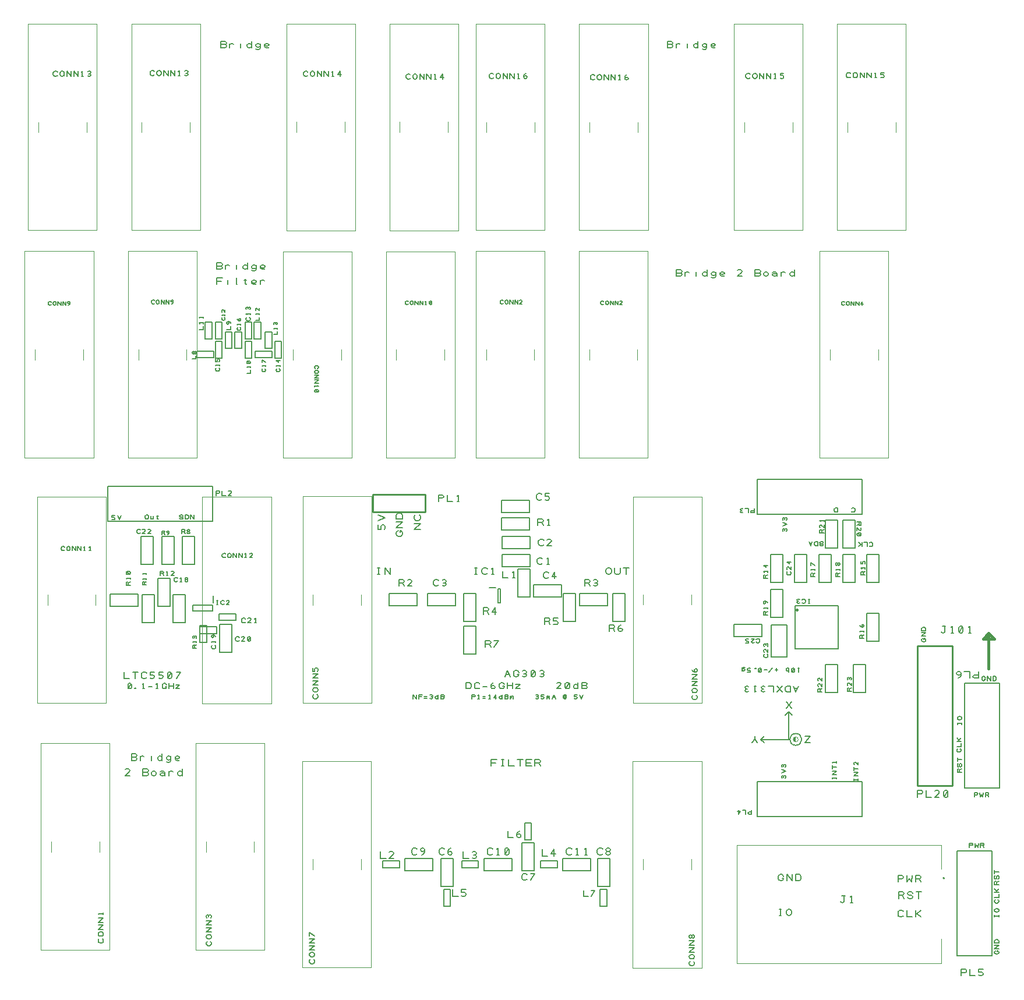
<source format=gbr>
G04 DesignSpark PCB Gerber Version 9.0 Build 5115 *
G04 #@! TF.Part,Single*
G04 #@! TF.FileFunction,Legend,Top *
G04 #@! TF.FilePolarity,Positive *
%FSLAX35Y35*%
%MOIN*%
%ADD10C,0.00394*%
%ADD22C,0.00500*%
%ADD106C,0.00512*%
%ADD105C,0.00787*%
%ADD107C,0.00984*%
%ADD12C,0.01000*%
%ADD104C,0.01575*%
X0Y0D02*
D02*
D10*
X13906Y359646D02*
Y365551D01*
X15874Y489764D02*
Y495669D01*
X20992Y219173D02*
Y225079D01*
X23079Y77953D02*
Y83858D01*
X41465Y359646D02*
Y365551D01*
X43433Y489764D02*
Y495669D01*
X47291Y303622D02*
Y421732D01*
X7921*
Y303622*
X47291*
X48551Y219173D02*
Y225079D01*
X49260Y433740D02*
Y551850D01*
X9890*
Y433740*
X49260*
X50638Y77953D02*
Y83858D01*
X54378Y163150D02*
Y281260D01*
X15008*
Y163150*
X54378*
X56465Y21929D02*
Y140039D01*
X17094*
Y21929*
X56465*
X72961Y359646D02*
Y365551D01*
X74929Y489764D02*
Y495669D01*
X100520Y359646D02*
Y365551D01*
X102488Y489764D02*
Y495669D01*
X106346Y303622D02*
Y421732D01*
X66976*
Y303622*
X106346*
X108315Y433740D02*
Y551850D01*
X68945*
Y433740*
X108315*
X109575Y281102D02*
Y162992D01*
X148945*
Y281102*
X109575*
X111661Y77953D02*
Y83858D01*
X139220Y77953D02*
Y83858D01*
X145047Y21929D02*
Y140039D01*
X105677*
Y21929*
X145047*
X155717Y421575D02*
Y303465D01*
X195087*
Y421575*
X155717*
X157606Y551772D02*
Y433661D01*
X196976*
Y551772*
X157606*
X161543Y365551D02*
Y359646D01*
X163433Y495748D02*
Y489843D01*
X172764Y67835D02*
Y73740D01*
X172921Y219291D02*
Y225197D01*
X189102Y365551D02*
Y359646D01*
X190992Y495748D02*
Y489843D01*
X200323Y67835D02*
Y73740D01*
X200480Y219291D02*
Y225197D01*
X206150Y11811D02*
Y129921D01*
X166780*
Y11811*
X206150*
X206307Y163268D02*
Y281378D01*
X166937*
Y163268*
X206307*
X214772Y421575D02*
Y303465D01*
X254142*
Y421575*
X214772*
X216661Y551772D02*
Y433661D01*
X256031*
Y551772*
X216661*
X220598Y365551D02*
Y359646D01*
X222488Y495748D02*
Y489843D01*
X248157Y365551D02*
Y359646D01*
X250047Y495748D02*
Y489843D01*
X271976Y359646D02*
Y365551D01*
X272173Y489764D02*
Y495669D01*
X299535Y359646D02*
Y365551D01*
X299732Y489764D02*
Y495669D01*
X305362Y303622D02*
Y421732D01*
X265992*
Y303622*
X305362*
X305559Y433740D02*
Y551850D01*
X266189*
Y433740*
X305559*
X331031Y359646D02*
Y365551D01*
X331228Y489764D02*
Y495669D01*
X355913Y129764D02*
Y11654D01*
X395283*
Y129764*
X355913*
X355992Y281299D02*
Y163189D01*
X395362*
Y281299*
X355992*
X358591Y359646D02*
Y365551D01*
X358787Y489764D02*
Y495669D01*
X361740Y73740D02*
Y67835D01*
X361819Y225276D02*
Y219370D01*
X364417Y303622D02*
Y421732D01*
X325047*
Y303622*
X364417*
X364614Y433740D02*
Y551850D01*
X325244*
Y433740*
X364614*
X389299Y73740D02*
Y67835D01*
X389378Y225276D02*
Y219370D01*
X419811Y489764D02*
Y495669D01*
X447370Y489764D02*
Y495669D01*
X449142Y140906D02*
G75*
G03Y143740J1417D01*
G01*
G75*
G03Y140906J-1417*
G01*
G36*
G75*
G03Y143740J1417*
G01*
G75*
G03Y140906J-1417*
G01*
G37*
X453197Y433740D02*
Y551850D01*
X413827*
Y433740*
X453197*
X468748Y359646D02*
Y365551D01*
X478866Y489764D02*
Y495669D01*
X496307Y359646D02*
Y365551D01*
X502134Y303622D02*
Y421732D01*
X462764*
Y303622*
X502134*
X506425Y489764D02*
Y495669D01*
X512252Y433740D02*
Y551850D01*
X472882*
Y433740*
X512252*
X532311Y28031D02*
Y14173D01*
X415579*
Y81890*
X532311*
Y68031*
D02*
D12*
X207213Y272441D02*
X237213D01*
Y282441*
X207213*
Y272441*
X518748Y195866D02*
Y115866D01*
X538748*
Y195866*
X518748*
D02*
D22*
X23108Y391216D02*
X22936Y391043D01*
X22592Y390871*
X22075*
X21730Y391043*
X21558Y391216*
X21386Y391560*
Y392249*
X21558Y392594*
X21730Y392766*
X22075Y392938*
X22592*
X22936Y392766*
X23108Y392594*
X24142Y391560D02*
Y392249D01*
X24314Y392594*
X24486Y392766*
X24831Y392938*
X25175*
X25520Y392766*
X25692Y392594*
X25864Y392249*
Y391560*
X25692Y391216*
X25520Y391043*
X25175Y390871*
X24831*
X24486Y391043*
X24314Y391216*
X24142Y391560*
X26898Y390871D02*
Y392938D01*
X28620Y390871*
Y392938*
X29654Y390871D02*
Y392938D01*
X31376Y390871*
Y392938*
X32926Y390871D02*
X33271Y391043D01*
X33615Y391388*
X33787Y391905*
Y392421*
X33615Y392766*
X33271Y392938*
X32926*
X32582Y392766*
X32409Y392421*
X32582Y392077*
X32926Y391905*
X33271*
X33615Y392077*
X33787Y392421*
X26602Y522293D02*
X26356Y522047D01*
X25864Y521801*
X25126*
X24634Y522047*
X24388Y522293*
X24142Y522785*
Y523770*
X24388Y524262*
X24634Y524508*
X25126Y524754*
X25864*
X26356Y524508*
X26602Y524262*
X28079Y522785D02*
Y523770D01*
X28325Y524262*
X28571Y524508*
X29063Y524754*
X29555*
X30047Y524508*
X30293Y524262*
X30539Y523770*
Y522785*
X30293Y522293*
X30047Y522047*
X29555Y521801*
X29063*
X28571Y522047*
X28325Y522293*
X28079Y522785*
X32016Y521801D02*
Y524754D01*
X34476Y521801*
Y524754*
X35953Y521801D02*
Y524754D01*
X38413Y521801*
Y524754*
X40382Y521801D02*
X41366D01*
X40874D02*
Y524754D01*
X40382Y524262*
X44073Y522047D02*
X44565Y521801D01*
X45057*
X45549Y522047*
X45795Y522539*
X45549Y523031*
X45057Y523278*
X44565*
X45057D02*
X45549Y523524D01*
X45795Y524016*
X45549Y524508*
X45057Y524754*
X44565*
X44073Y524508*
X30756Y250748D02*
X30559Y250551D01*
X30165Y250354*
X29575*
X29181Y250551*
X28984Y250748*
X28787Y251142*
Y251929*
X28984Y252323*
X29181Y252520*
X29575Y252717*
X30165*
X30559Y252520*
X30756Y252323*
X31937Y251142D02*
Y251929D01*
X32134Y252323*
X32331Y252520*
X32724Y252717*
X33118*
X33512Y252520*
X33709Y252323*
X33906Y251929*
Y251142*
X33709Y250748*
X33512Y250551*
X33118Y250354*
X32724*
X32331Y250551*
X32134Y250748*
X31937Y251142*
X35087Y250354D02*
Y252717D01*
X37055Y250354*
Y252717*
X38236Y250354D02*
Y252717D01*
X40205Y250354*
Y252717*
X41780Y250354D02*
X42567D01*
X42173D02*
Y252717D01*
X41780Y252323*
X44929Y250354D02*
X45717D01*
X45323D02*
Y252717D01*
X44929Y252323*
X52439Y28248D02*
X52685Y28002D01*
X52931Y27510*
Y26772*
X52685Y26280*
X52439Y26033*
X51947Y25787*
X50963*
X50470Y26033*
X50224Y26280*
X49978Y26772*
Y27510*
X50224Y28002*
X50470Y28248*
X51947Y29724D02*
X50963D01*
X50470Y29970*
X50224Y30217*
X49978Y30709*
Y31201*
X50224Y31693*
X50470Y31939*
X50963Y32185*
X51947*
X52439Y31939*
X52685Y31693*
X52931Y31201*
Y30709*
X52685Y30217*
X52439Y29970*
X51947Y29724*
X52931Y33661D02*
X49978D01*
X52931Y36122*
X49978*
X52931Y37598D02*
X49978D01*
X52931Y40059*
X49978*
X52931Y42028D02*
Y43012D01*
Y42520D02*
X49978D01*
X50470Y42028*
X57921Y268268D02*
X58315Y268071D01*
X58906*
X59299Y268268*
X59496Y268661*
Y268858*
X59299Y269252*
X58906Y269449*
X57921*
Y270433*
X59496*
X61071D02*
X62055Y268071D01*
X63039Y270433*
X64614Y180869D02*
Y177119D01*
X67739*
X71177D02*
Y180869D01*
X69614D02*
X72739D01*
X77739Y177744D02*
X77427Y177431D01*
X76802Y177119*
X75864*
X75239Y177431*
X74927Y177744*
X74614Y178369*
Y179619*
X74927Y180244*
X75239Y180556*
X75864Y180869*
X76802*
X77427Y180556*
X77739Y180244*
X79614Y177431D02*
X80239Y177119D01*
X81177*
X81802Y177431*
X82114Y178056*
Y178369*
X81802Y178994*
X81177Y179306*
X79614*
Y180869*
X82114*
X84614Y177431D02*
X85239Y177119D01*
X86177*
X86802Y177431*
X87114Y178056*
Y178369*
X86802Y178994*
X86177Y179306*
X84614*
Y180869*
X87114*
X89927Y177431D02*
X90552Y177119D01*
X91177*
X91802Y177431*
X92114Y178056*
Y179931*
X91802Y180556*
X91177Y180869*
X90552*
X89927Y180556*
X89614Y179931*
Y178056*
X89927Y177431*
X91802Y180556*
X94614Y177119D02*
X97114Y180869D01*
X94614*
X67980Y121607D02*
X65480D01*
X67668Y123794*
X67980Y124419*
X67668Y125044*
X67043Y125357*
X66106*
X65480Y125044*
X77668Y123482D02*
X78293Y123169D01*
X78606Y122544*
X78293Y121919*
X77668Y121607*
X75480*
Y125357*
X77668*
X78293Y125044*
X78606Y124419*
X78293Y123794*
X77668Y123482*
X75480*
X80480Y122544D02*
X80793Y121919D01*
X81418Y121607*
X82043*
X82668Y121919*
X82980Y122544*
Y123169*
X82668Y123794*
X82043Y124107*
X81418*
X80793Y123794*
X80480Y123169*
Y122544*
X85480Y123794D02*
X86106Y124107D01*
X87043*
X87668Y123794*
X87980Y123169*
Y122232*
X87668Y121919*
X87043Y121607*
X86418*
X85793Y121919*
X85480Y122232*
Y122544*
X85793Y122857*
X86418Y123169*
X87043*
X87668Y122857*
X87980Y122544*
Y122232D02*
Y121607D01*
X90480D02*
Y124107D01*
Y123169D02*
X90793Y123794D01*
X91418Y124107*
X92043*
X92668Y123794*
X97980Y123169D02*
X97668Y123794D01*
X97043Y124107*
X96418*
X95793Y123794*
X95480Y123169*
Y122544*
X95793Y121919*
X96418Y121607*
X97043*
X97668Y121919*
X97980Y122544*
Y121607D02*
Y125357D01*
X67222Y171654D02*
X67715Y171407D01*
X68207*
X68699Y171654*
X68945Y172146*
Y173622*
X68699Y174114*
X68207Y174360*
X67715*
X67222Y174114*
X66976Y173622*
Y172146*
X67222Y171654*
X68699Y174114*
X71159Y171407D02*
X71406Y171654D01*
X71159Y171900*
X70913Y171654*
X71159Y171407*
X75343D02*
X76327D01*
X75835D02*
Y174360D01*
X75343Y173868*
X78787Y172392D02*
X80756D01*
X83217Y171407D02*
X84201D01*
X83709D02*
Y174360D01*
X83217Y173868*
X88384Y172638D02*
X89122D01*
Y172392*
X88876Y171900*
X88630Y171654*
X88138Y171407*
X87646*
X87154Y171654*
X86907Y171900*
X86661Y172392*
Y173376*
X86907Y173868*
X87154Y174114*
X87646Y174360*
X88138*
X88630Y174114*
X88876Y173868*
X89122Y173376*
X90598Y171407D02*
Y174360D01*
Y172884D02*
X93059D01*
Y171407D02*
Y174360D01*
X94535Y173376D02*
X96504D01*
X94535Y171407*
X96504*
X68354Y230472D02*
X65992D01*
Y231850*
X66189Y232244*
X66583Y232441*
X66976Y232244*
X67173Y231850*
Y230472*
Y231850D02*
X68354Y232441D01*
Y234016D02*
Y234803D01*
Y234409D02*
X65992D01*
X66386Y234016*
X68157Y236969D02*
X68354Y237362D01*
Y237756*
X68157Y238150*
X67764Y238346*
X66583*
X66189Y238150*
X65992Y237756*
Y237362*
X66189Y236969*
X66583Y236772*
X67764*
X68157Y236969*
X66189Y238150*
X71211Y132143D02*
X71836Y131831D01*
X72149Y131206*
X71836Y130581*
X71211Y130268*
X69024*
Y134018*
X71211*
X71836Y133706*
X72149Y133081*
X71836Y132456*
X71211Y132143*
X69024*
X74024Y130268D02*
Y132768D01*
Y131831D02*
X74336Y132456D01*
X74961Y132768*
X75586*
X76211Y132456*
X80274Y130268D02*
Y132768D01*
Y133706D02*
X86524Y131831*
X86211Y132456D01*
X85586Y132768*
X84961*
X84336Y132456*
X84024Y131831*
Y131206*
X84336Y130581*
X84961Y130268*
X85586*
X86211Y130581*
X86524Y131206*
Y130268D02*
Y134018D01*
X91524Y131831D02*
X91211Y132456D01*
X90586Y132768*
X89961*
X89336Y132456*
X89024Y131831*
Y131518*
X89336Y130893*
X89961Y130581*
X90586*
X91211Y130893*
X91524Y131518*
Y132768D02*
Y130268D01*
X91211Y129643*
X90586Y129331*
X89649*
X89024Y129643*
X96524Y130581D02*
X96211Y130268D01*
X95586*
X94961*
X94336Y130581*
X94024Y131206*
Y132143*
X94336Y132456*
X94961Y132768*
X95586*
X96211Y132456*
X96524Y132143*
Y131831*
X96211Y131518*
X95586Y131206*
X94961*
X94336Y131518*
X94024Y131831*
X74063Y260591D02*
X73866Y260394D01*
X73472Y260197*
X72882*
X72488Y260394*
X72291Y260591*
X72094Y260984*
Y261772*
X72291Y262165*
X72488Y262362*
X72882Y262559*
X73472*
X73866Y262362*
X74063Y262165*
X76819Y260197D02*
X75244D01*
X76622Y261575*
X76819Y261969*
X76622Y262362*
X76228Y262559*
X75638*
X75244Y262362*
X79969Y260197D02*
X78394D01*
X79772Y261575*
X79969Y261969*
X79772Y262362*
X79378Y262559*
X78787*
X78394Y262362*
X72693Y225547D02*
X56693D01*
Y218547*
X72693*
Y225547*
X74500Y258472D02*
Y242472D01*
X81500*
Y258472*
X74500*
X76819Y269252D02*
Y270039D01*
X77016Y270433*
X77213Y270630*
X77606Y270827*
X78000*
X78394Y270630*
X78591Y270433*
X78787Y270039*
Y269252*
X78591Y268858*
X78394Y268661*
X78000Y268465*
X77606*
X77213Y268661*
X77016Y268858*
X76819Y269252*
X79969Y270039D02*
Y269055D01*
X80165Y268661*
X80559Y268465*
X80953*
X81346Y268661*
X81543Y269055*
Y270039D02*
Y268465D01*
X83446Y270039D02*
X84365D01*
X83906Y270433D02*
Y268661D01*
X84102Y268465*
X84299*
X84496Y268661*
X77483Y230866D02*
X75416D01*
Y232072*
X75589Y232417*
X75933Y232589*
X76278Y232417*
X76450Y232072*
Y230866*
Y232072D02*
X77483Y232589D01*
Y233967D02*
Y234656D01*
Y234311D02*
X75416D01*
X75761Y233967*
X77483Y236722D02*
Y237411D01*
Y237067D02*
X75416D01*
X75761Y236722*
X82114Y522687D02*
X81868Y522441D01*
X81376Y522195*
X80638*
X80146Y522441*
X79900Y522687*
X79654Y523179*
Y524163*
X79900Y524656*
X80146Y524902*
X80638Y525148*
X81376*
X81868Y524902*
X82114Y524656*
X83591Y523179D02*
Y524163D01*
X83837Y524656*
X84083Y524902*
X84575Y525148*
X85067*
X85559Y524902*
X85805Y524656*
X86051Y524163*
Y523179*
X85805Y522687*
X85559Y522441*
X85067Y522195*
X84575*
X84083Y522441*
X83837Y522687*
X83591Y523179*
X87528Y522195D02*
Y525148D01*
X89988Y522195*
Y525148*
X91465Y522195D02*
Y525148D01*
X93925Y522195*
Y525148*
X95894Y522195D02*
X96878D01*
X96386D02*
Y525148D01*
X95894Y524656*
X99585Y522441D02*
X100077Y522195D01*
X100569*
X101061Y522441*
X101307Y522933*
X101061Y523425*
X100569Y523671*
X100077*
X100569D02*
X101061Y523917D01*
X101307Y524409*
X101061Y524902*
X100569Y525148*
X100077*
X99585Y524902*
X82163Y392003D02*
X81991Y391831D01*
X81647Y391659*
X81130*
X80785Y391831*
X80613Y392003*
X80441Y392348*
Y393037*
X80613Y393381*
X80785Y393553*
X81130Y393726*
X81647*
X81991Y393553*
X82163Y393381*
X83197Y392348D02*
Y393037D01*
X83369Y393381*
X83541Y393553*
X83886Y393726*
X84230*
X84575Y393553*
X84747Y393381*
X84919Y393037*
Y392348*
X84747Y392003*
X84575Y391831*
X84230Y391659*
X83886*
X83541Y391831*
X83369Y392003*
X83197Y392348*
X85953Y391659D02*
Y393726D01*
X87675Y391659*
Y393726*
X88709Y391659D02*
Y393726D01*
X90431Y391659*
Y393726*
X91981Y391659D02*
X92326Y391831D01*
X92670Y392175*
X92843Y392692*
Y393209*
X92670Y393553*
X92326Y393726*
X91981*
X91637Y393553*
X91465Y393209*
X91637Y392864*
X91981Y392692*
X92326*
X92670Y392864*
X92843Y393209*
X81972Y209323D02*
Y225323D01*
X74972*
Y209323*
X81972*
X84028Y234378D02*
Y218378D01*
X91028*
Y234378*
X84028*
X85480Y236181D02*
Y238543D01*
X86858*
X87252Y238346*
X87449Y237953*
X87252Y237559*
X86858Y237362*
X85480*
X86858D02*
X87449Y236181D01*
X89024D02*
X89811D01*
X89417D02*
Y238543D01*
X89024Y238150*
X93354Y236181D02*
X91780D01*
X93157Y237559*
X93354Y237953*
X93157Y238346*
X92764Y238543*
X92173*
X91780Y238346*
X86311Y258472D02*
Y242472D01*
X93311*
Y258472*
X86311*
X86346Y259572D02*
Y261639D01*
X87552*
X87897Y261467*
X88069Y261122*
X87897Y260778*
X87552Y260606*
X86346*
X87552D02*
X88069Y259572D01*
X89619D02*
X89964Y259744D01*
X90308Y260089*
X90480Y260606*
Y261122*
X90308Y261467*
X89964Y261639*
X89619*
X89275Y261467*
X89102Y261122*
X89275Y260778*
X89619Y260606*
X89964*
X90308Y260778*
X90480Y261122*
X95323Y233031D02*
X95126Y232835D01*
X94732Y232638*
X94142*
X93748Y232835*
X93551Y233031*
X93354Y233425*
Y234213*
X93551Y234606*
X93748Y234803*
X94142Y235000*
X94732*
X95126Y234803*
X95323Y234606*
X96898Y232638D02*
X97685D01*
X97291D02*
Y235000D01*
X96898Y234606*
X100244Y233819D02*
X100638D01*
X101031Y234016*
X101228Y234409*
X101031Y234803*
X100638Y235000*
X100244*
X99850Y234803*
X99654Y234409*
X99850Y234016*
X100244Y233819*
X99850Y233622*
X99654Y233228*
X99850Y232835*
X100244Y232638*
X100638*
X101031Y232835*
X101228Y233228*
X101031Y233622*
X100638Y233819*
X95283Y267323D02*
X55283D01*
Y287323*
X115283*
Y267323*
X95283*
X96504Y269055D02*
X96701Y268661D01*
X97094Y268465*
X97882*
X98276Y268661*
X98472Y269055*
X98276Y269449*
X97882Y269646*
X97094*
X96701Y269843*
X96504Y270236*
X96701Y270630*
X97094Y270827*
X97882*
X98276Y270630*
X98472Y270236*
X99654Y268465D02*
Y270827D01*
X100835*
X101228Y270630*
X101425Y270433*
X101622Y270039*
Y269252*
X101425Y268858*
X101228Y268661*
X100835Y268465*
X99654*
X102803D02*
Y270827D01*
X104772Y268465*
Y270827*
X97685Y260039D02*
Y262402D01*
X99063*
X99457Y262205*
X99654Y261811*
X99457Y261417*
X99063Y261220*
X97685*
X99063D02*
X99654Y260039D01*
X101425Y261220D02*
X101819D01*
X102213Y261417*
X102409Y261811*
X102213Y262205*
X101819Y262402*
X101425*
X101031Y262205*
X100835Y261811*
X101031Y261417*
X101425Y261220*
X101031Y261024*
X100835Y260630*
X101031Y260236*
X101425Y260039*
X101819*
X102213Y260236*
X102409Y260630*
X102213Y261024*
X101819Y261220*
X98122Y258472D02*
Y242472D01*
X105122*
Y258472*
X98122*
X99689Y209323D02*
Y225323D01*
X92689*
Y209323*
X99689*
X103841Y360236D02*
X105908D01*
Y361959*
X104875Y363509D02*
Y363854D01*
X104703Y364198*
X104358Y364370*
X104014Y364198*
X103841Y363854*
Y363509*
X104014Y363165*
X104358Y362992*
X104703Y363165*
X104875Y363509*
X105047Y363165*
X105392Y362992*
X105736Y363165*
X105908Y363509*
Y363854*
X105736Y364198*
X105392Y364370*
X105047Y364198*
X104875Y363854*
X106223Y194646D02*
X104156D01*
Y195852*
X104329Y196196*
X104673Y196368*
X105018Y196196*
X105190Y195852*
Y194646*
Y195852D02*
X106223Y196368D01*
Y197746D02*
Y198435D01*
Y198091D02*
X104156D01*
X104501Y197746*
X106051Y200330D02*
X106223Y200674D01*
Y201019*
X106051Y201363*
X105707Y201535*
X105362Y201363*
X105190Y201019*
Y200674*
Y201019D02*
X105018Y201363D01*
X104673Y201535*
X104329Y201363*
X104156Y201019*
Y200674*
X104329Y200330*
X108043Y202891D02*
Y206691D01*
X117643*
Y202891*
X108043*
X108187Y207556D02*
X111987D01*
Y197956*
X108187*
Y207556*
X107803Y376772D02*
X110165D01*
Y378740*
Y380315D02*
Y381102D01*
Y380709D02*
X107803D01*
X108197Y380315*
X110165Y383465D02*
Y384252D01*
Y383858D02*
X107803D01*
X108197Y383465*
X111218Y381178D02*
X115018D01*
Y371578*
X111218*
Y381178*
X114250Y26673D02*
X114496Y26427D01*
X114742Y25935*
Y25197*
X114496Y24705*
X114250Y24459*
X113758Y24213*
X112774*
X112281Y24459*
X112035Y24705*
X111789Y25197*
Y25935*
X112035Y26427*
X112281Y26673*
X113758Y28150D02*
X112774D01*
X112281Y28396*
X112035Y28642*
X111789Y29134*
Y29626*
X112035Y30118*
X112281Y30364*
X112774Y30610*
X113758*
X114250Y30364*
X114496Y30118*
X114742Y29626*
Y29134*
X114496Y28642*
X114250Y28396*
X113758Y28150*
X114742Y32087D02*
X111789D01*
X114742Y34547*
X111789*
X114742Y36024D02*
X111789D01*
X114742Y38484*
X111789*
X114496Y40207D02*
X114742Y40699D01*
Y41191*
X114496Y41683*
X114004Y41929*
X113512Y41683*
X113266Y41191*
Y40699*
Y41191D02*
X113020Y41683D01*
X112528Y41929*
X112035Y41683*
X111789Y41191*
Y40699*
X112035Y40207*
X115950Y364498D02*
Y360698D01*
X106350*
Y364498*
X115950*
X117646Y219488D02*
X118433D01*
X118039D02*
Y221850D01*
X117646D02*
X118433D01*
X122173Y219882D02*
X121976Y219685D01*
X121583Y219488*
X120992*
X120598Y219685*
X120402Y219882*
X120205Y220276*
Y221063*
X120402Y221457*
X120598Y221654*
X120992Y221850*
X121583*
X121976Y221654*
X122173Y221457*
X124929Y219488D02*
X123354D01*
X124732Y220866*
X124929Y221260*
X124732Y221654*
X124339Y221850*
X123748*
X123354Y221654*
X117124Y370154D02*
X120924D01*
Y360554*
X117124*
Y370154*
X117370Y281924D02*
Y284582D01*
X118920*
X119363Y284360*
X119585Y283917*
X119363Y283474*
X118920Y283253*
X117370*
X120913Y284582D02*
Y281924D01*
X123128*
X126228D02*
X124457D01*
X126007Y283474*
X126228Y283917*
X126007Y284360*
X125564Y284582*
X124900*
X124457Y284360*
X116780Y196220D02*
X116976Y196024D01*
X117173Y195630*
Y195039*
X116976Y194646*
X116780Y194449*
X116386Y194252*
X115598*
X115205Y194449*
X115008Y194646*
X114811Y195039*
Y195630*
X115008Y196024*
X115205Y196220*
X117173Y197795D02*
Y198583D01*
Y198189D02*
X114811D01*
X115205Y197795*
X117173Y201142D02*
X116976Y201535D01*
X116583Y201929*
X115992Y202126*
X115402*
X115008Y201929*
X114811Y201535*
Y201142*
X115008Y200748*
X115402Y200551*
X115795Y200748*
X115992Y201142*
Y201535*
X115795Y201929*
X115402Y202126*
X117843Y402709D02*
Y406459D01*
X120968*
X120343Y404584D02*
X117843D01*
X124093Y402709D02*
Y405209D01*
Y406147D02*
X129405Y402709*
X129093D01*
Y406459*
X133363Y405209D02*
X134822D01*
X134093Y405834D02*
Y403022D01*
X134405Y402709*
X134718*
X135030Y403022*
X140343D02*
X140030Y402709D01*
X139405*
X138780*
X138155Y403022*
X137843Y403647*
Y404584*
X138155Y404897*
X138780Y405209*
X139405*
X140030Y404897*
X140343Y404584*
Y404272*
X140030Y403959*
X139405Y403647*
X138780*
X138155Y403959*
X137843Y404272*
X142843Y402709D02*
Y405209D01*
Y404272D02*
X143155Y404897D01*
X143780Y405209*
X144405*
X145030Y404897*
X120030Y413246D02*
X120655Y412933D01*
X120968Y412308*
X120655Y411683*
X120030Y411370*
X117843*
Y415120*
X120030*
X120655Y414808*
X120968Y414183*
X120655Y413558*
X120030Y413246*
X117843*
X122843Y411370D02*
Y413870D01*
Y412933D02*
X123155Y413558D01*
X123780Y413870*
X124405*
X125030Y413558*
X129093Y411370D02*
Y413870D01*
Y414808D02*
X135343Y412933*
X135030Y413558D01*
X134405Y413870*
X133780*
X133155Y413558*
X132843Y412933*
Y412308*
X133155Y411683*
X133780Y411370*
X134405*
X135030Y411683*
X135343Y412308*
Y411370D02*
Y415120D01*
X140343Y412933D02*
X140030Y413558D01*
X139405Y413870*
X138780*
X138155Y413558*
X137843Y412933*
Y412620*
X138155Y411996*
X138780Y411683*
X139405*
X140030Y411996*
X140343Y412620*
Y413870D02*
Y411370D01*
X140030Y410746*
X139405Y410433*
X138468*
X137843Y410746*
X145343Y411683D02*
X145030Y411370D01*
X144405*
X143780*
X143155Y411683*
X142843Y412308*
Y413246*
X143155Y413558*
X143780Y413870*
X144405*
X145030Y413558*
X145343Y413246*
Y412933*
X145030Y412620*
X144405Y412308*
X143780*
X143155Y412620*
X142843Y412933*
X119066Y210372D02*
Y214172D01*
X128666*
Y210372*
X119066*
X118950Y354872D02*
X119122Y354700D01*
X119294Y354356*
Y353839*
X119122Y353494*
X118950Y353322*
X118605Y353150*
X117916*
X117572Y353322*
X117400Y353494*
X117227Y353839*
Y354356*
X117400Y354700*
X117572Y354872*
X119294Y356250D02*
Y356939D01*
Y356594D02*
X117227D01*
X117572Y356250*
X119122Y358661D02*
X119294Y359006D01*
Y359523*
X119122Y359867*
X118778Y360039*
X118605*
X118261Y359867*
X118089Y359523*
Y358661*
X117227*
Y360039*
X122392Y540017D02*
X123017Y539705D01*
X123330Y539080*
X123017Y538455*
X122392Y538142*
X120205*
Y541892*
X122392*
X123017Y541580*
X123330Y540955*
X123017Y540330*
X122392Y540017*
X120205*
X125205Y538142D02*
Y540642D01*
Y539705D02*
X125517Y540330D01*
X126142Y540642*
X126767*
X127392Y540330*
X131455Y538142D02*
Y540642D01*
Y541580D02*
X137705Y539705*
X137392Y540330D01*
X136767Y540642*
X136142*
X135517Y540330*
X135205Y539705*
Y539080*
X135517Y538455*
X136142Y538142*
X136767*
X137392Y538455*
X137705Y539080*
Y538142D02*
Y541892D01*
X142705Y539705D02*
X142392Y540330D01*
X141767Y540642*
X141142*
X140517Y540330*
X140205Y539705*
Y539392*
X140517Y538767*
X141142Y538455*
X141767*
X142392Y538767*
X142705Y539392*
Y540642D02*
Y538142D01*
X142392Y537517*
X141767Y537205*
X140830*
X140205Y537517*
X147705Y538455D02*
X147392Y538142D01*
X146767*
X146142*
X145517Y538455*
X145205Y539080*
Y540017*
X145517Y540330*
X146142Y540642*
X146767*
X147392Y540330*
X147705Y540017*
Y539705*
X147392Y539392*
X146767Y539080*
X146142*
X145517Y539392*
X145205Y539705*
X122882Y246811D02*
X122685Y246614D01*
X122291Y246417*
X121701*
X121307Y246614*
X121110Y246811*
X120913Y247205*
Y247992*
X121110Y248386*
X121307Y248583*
X121701Y248780*
X122291*
X122685Y248583*
X122882Y248386*
X124063Y247205D02*
Y247992D01*
X124260Y248386*
X124457Y248583*
X124850Y248780*
X125244*
X125638Y248583*
X125835Y248386*
X126031Y247992*
Y247205*
X125835Y246811*
X125638Y246614*
X125244Y246417*
X124850*
X124457Y246614*
X124260Y246811*
X124063Y247205*
X127213Y246417D02*
Y248780D01*
X129181Y246417*
Y248780*
X130362Y246417D02*
Y248780D01*
X132331Y246417*
Y248780*
X133906Y246417D02*
X134693D01*
X134299D02*
Y248780D01*
X133906Y248386*
X138236Y246417D02*
X136661D01*
X138039Y247795*
X138236Y248189*
X138039Y248583*
X137646Y248780*
X137055*
X136661Y248583*
X120924Y371578D02*
X117124D01*
Y381178*
X120924*
Y371578*
X122222Y383760D02*
X122370Y383612D01*
X122518Y383317*
Y382874*
X122370Y382579*
X122222Y382431*
X121927Y382283*
X121337*
X121041Y382431*
X120894Y382579*
X120746Y382874*
Y383317*
X120894Y383612*
X121041Y383760*
X122518Y384941D02*
Y385531D01*
Y385236D02*
X120746D01*
X121041Y384941*
X122518Y388189D02*
Y387008D01*
X121484Y388041*
X121189Y388189*
X120894Y388041*
X120746Y387746*
Y387303*
X120894Y387008*
X126435Y366066D02*
X122635D01*
Y375666*
X126435*
Y366066*
X123551Y376772D02*
X125913D01*
Y378740*
Y380512D02*
X125717Y380906D01*
X125323Y381299*
X124732Y381496*
X124142*
X123748Y381299*
X123551Y380906*
Y380512*
X123748Y380118*
X124142Y379921*
X124535Y380118*
X124732Y380512*
Y380906*
X124535Y381299*
X124142Y381496*
X126579Y192067D02*
Y208067D01*
X119579*
Y192067*
X126579*
X128147Y375666D02*
X131947D01*
Y366066*
X128147*
Y375666*
X130608Y198903D02*
X130387Y198681D01*
X129944Y198460*
X129280*
X128837Y198681*
X128615Y198903*
X128394Y199346*
Y200231*
X128615Y200674*
X128837Y200896*
X129280Y201117*
X129944*
X130387Y200896*
X130608Y200674*
X133709Y198460D02*
X131937D01*
X133487Y200010*
X133709Y200453*
X133487Y200896*
X133044Y201117*
X132380*
X131937Y200896*
X135702Y198681D02*
X136145Y198460D01*
X136588*
X137031Y198681*
X137252Y199124*
Y200453*
X137031Y200896*
X136588Y201117*
X136145*
X135702Y200896*
X135480Y200453*
Y199124*
X135702Y198681*
X137031Y200896*
X134230Y209533D02*
X134009Y209311D01*
X133566Y209090*
X132902*
X132459Y209311*
X132237Y209533*
X132016Y209976*
Y210861*
X132237Y211304*
X132459Y211526*
X132902Y211747*
X133566*
X134009Y211526*
X134230Y211304*
X137331Y209090D02*
X135559D01*
X137109Y210640*
X137331Y211083*
X137109Y211526*
X136667Y211747*
X136002*
X135559Y211526*
X139545Y209090D02*
X140431D01*
X139988D02*
Y211747D01*
X139545Y211304*
X131154Y378100D02*
X131327Y377928D01*
X131499Y377584*
Y377067*
X131327Y376722*
X131154Y376550*
X130810Y376378*
X130121*
X129776Y376550*
X129604Y376722*
X129432Y377067*
Y377584*
X129604Y377928*
X129776Y378100*
X131499Y379478D02*
Y380167D01*
Y379823D02*
X129432D01*
X129776Y379478*
X130982Y381890D02*
X130638Y382062D01*
X130465Y382407*
Y382751*
X130638Y383096*
X130982Y383268*
X131327Y383096*
X131499Y382751*
Y382407*
X131327Y382062*
X130982Y381890*
X130465*
X129949Y382062*
X129604Y382407*
X129432Y382751*
X134944Y351969D02*
X137011D01*
Y353691*
Y355069D02*
Y355758D01*
Y355413D02*
X134944D01*
X135288Y355069*
X136839Y357653D02*
X137011Y357997D01*
Y358342*
X136839Y358686*
X136494Y358858*
X135461*
X135116Y358686*
X134944Y358342*
Y357997*
X135116Y357653*
X135461Y357480*
X136494*
X136839Y357653*
X135116Y358686*
X136543Y383858D02*
X136740Y383661D01*
X136937Y383268*
Y382677*
X136740Y382283*
X136543Y382087*
X136150Y381890*
X135362*
X134969Y382087*
X134772Y382283*
X134575Y382677*
Y383268*
X134772Y383661*
X134969Y383858*
X136937Y385433D02*
Y386220D01*
Y385827D02*
X134575D01*
X134969Y385433*
X136740Y388386D02*
X136937Y388780D01*
Y389173*
X136740Y389567*
X136346Y389764*
X135953Y389567*
X135756Y389173*
Y388780*
Y389173D02*
X135559Y389567D01*
X135165Y389764*
X134772Y389567*
X134575Y389173*
Y388780*
X134772Y388386*
X137853Y360554D02*
X134053D01*
Y370154*
X137853*
Y360554*
Y371578D02*
X134053D01*
Y381178*
X137853*
Y371578*
X139171Y381178D02*
X142971D01*
Y371578*
X139171*
Y381178*
X140062Y382283D02*
X142129D01*
Y384006*
Y385384D02*
Y386073D01*
Y385728D02*
X140062D01*
X140406Y385384*
X142129Y389173D02*
Y387795D01*
X140923Y389001*
X140579Y389173*
X140234Y389001*
X140062Y388657*
Y388140*
X140234Y387795*
X145328Y354478D02*
X145500Y354306D01*
X145672Y353962*
Y353445*
X145500Y353100*
X145328Y352928*
X144983Y352756*
X144294*
X143950Y352928*
X143778Y353100*
X143605Y353445*
Y353962*
X143778Y354306*
X143950Y354478*
X145672Y355856D02*
Y356545D01*
Y356201D02*
X143605D01*
X143950Y355856*
X145672Y358268D02*
X143605Y359646D01*
Y358268*
X149270Y366066D02*
X145470D01*
Y375666*
X149270*
Y366066*
X149414Y364498D02*
Y360698D01*
X139814*
Y364498*
X149414*
X150298Y374016D02*
X152365D01*
Y375738*
Y377116D02*
Y377805D01*
Y377461D02*
X150298D01*
X150643Y377116*
X152193Y379700D02*
X152365Y380044D01*
Y380389*
X152193Y380733*
X151848Y380906*
X151504Y380733*
X151331Y380389*
Y380044*
Y380389D02*
X151159Y380733D01*
X150815Y380906*
X150470Y380733*
X150298Y380389*
Y380044*
X150470Y379700*
X153595Y354478D02*
X153768Y354306D01*
X153940Y353962*
Y353445*
X153768Y353100*
X153595Y352928*
X153251Y352756*
X152562*
X152217Y352928*
X152045Y353100*
X151873Y353445*
Y353962*
X152045Y354306*
X152217Y354478*
X153940Y355856D02*
Y356545D01*
Y356201D02*
X151873D01*
X152217Y355856*
X153940Y359129D02*
X151873D01*
X153251Y358268*
Y359646*
X154782Y360554D02*
X150982D01*
Y370154*
X154782*
Y360554*
X169909Y522293D02*
X169663Y522047D01*
X169171Y521801*
X168433*
X167941Y522047*
X167695Y522293*
X167449Y522785*
Y523770*
X167695Y524262*
X167941Y524508*
X168433Y524754*
X169171*
X169663Y524508*
X169909Y524262*
X171386Y522785D02*
Y523770D01*
X171632Y524262*
X171878Y524508*
X172370Y524754*
X172862*
X173354Y524508*
X173600Y524262*
X173846Y523770*
Y522785*
X173600Y522293*
X173354Y522047*
X172862Y521801*
X172370*
X171878Y522047*
X171632Y522293*
X171386Y522785*
X175323Y521801D02*
Y524754D01*
X177783Y521801*
Y524754*
X179260Y521801D02*
Y524754D01*
X181720Y521801*
Y524754*
X183689Y521801D02*
X184673D01*
X184181D02*
Y524754D01*
X183689Y524262*
X188364Y521801D02*
Y524754D01*
X187134Y522785*
X189102*
X174216Y354577D02*
X174043Y354749D01*
X173871Y355093*
Y355610*
X174043Y355955*
X174216Y356127*
X174560Y356299*
X175249*
X175594Y356127*
X175766Y355955*
X175938Y355610*
Y355093*
X175766Y354749*
X175594Y354577*
X174560Y353543D02*
X175249D01*
X175594Y353371*
X175766Y353199*
X175938Y352854*
Y352510*
X175766Y352165*
X175594Y351993*
X175249Y351821*
X174560*
X174216Y351993*
X174043Y352165*
X173871Y352510*
Y352854*
X174043Y353199*
X174216Y353371*
X174560Y353543*
X173871Y350787D02*
X175938D01*
X173871Y349065*
X175938*
X173871Y348031D02*
X175938D01*
X173871Y346309*
X175938*
X173871Y344931D02*
Y344242D01*
Y344587D02*
X175938D01*
X175594Y344931*
X174043Y342347D02*
X173871Y342003D01*
Y341658*
X174043Y341314*
X174388Y341142*
X175421*
X175766Y341314*
X175938Y341658*
Y342003*
X175766Y342347*
X175421Y342520*
X174388*
X174043Y342347*
X175766Y341314*
X173305Y16437D02*
X173551Y16191D01*
X173797Y15699*
Y14961*
X173551Y14469*
X173305Y14222*
X172813Y13976*
X171829*
X171337Y14222*
X171091Y14469*
X170844Y14961*
Y15699*
X171091Y16191*
X171337Y16437*
X172813Y17913D02*
X171829D01*
X171337Y18159*
X171091Y18406*
X170844Y18898*
Y19390*
X171091Y19882*
X171337Y20128*
X171829Y20374*
X172813*
X173305Y20128*
X173551Y19882*
X173797Y19390*
Y18898*
X173551Y18406*
X173305Y18159*
X172813Y17913*
X173797Y21850D02*
X170844D01*
X173797Y24311*
X170844*
X173797Y25787D02*
X170844D01*
X173797Y28248*
X170844*
X173797Y29724D02*
X170844Y31693D01*
Y29724*
X175156Y168012D02*
X175402Y167766D01*
X175648Y167274*
Y166535*
X175402Y166043*
X175156Y165797*
X174663Y165551*
X173679*
X173187Y165797*
X172941Y166043*
X172695Y166535*
Y167274*
X172941Y167766*
X173187Y168012*
X174663Y169488D02*
X173679D01*
X173187Y169734*
X172941Y169980*
X172695Y170472*
Y170965*
X172941Y171457*
X173187Y171703*
X173679Y171949*
X174663*
X175156Y171703*
X175402Y171457*
X175648Y170965*
Y170472*
X175402Y169980*
X175156Y169734*
X174663Y169488*
X175648Y173425D02*
X172695D01*
X175648Y175886*
X172695*
X175648Y177362D02*
X172695D01*
X175648Y179823*
X172695*
X175402Y181299D02*
X175648Y181791D01*
Y182530*
X175402Y183022*
X174909Y183268*
X174663*
X174171Y183022*
X173925Y182530*
Y181299*
X172695*
Y183268*
X209922Y236764D02*
X211172D01*
X210547D02*
Y240514D01*
X209922D02*
X211172D01*
X213984Y236764D02*
Y240514D01*
X217109Y236764*
Y240514*
X211583Y78073D02*
Y74323D01*
X214708*
X219083D02*
X216583D01*
X218770Y76511*
X219083Y77136*
X218770Y77761*
X218145Y78073*
X217208*
X216583Y77761*
X213640Y262598D02*
X213952Y263224D01*
Y264161*
X213640Y264786*
X213015Y265098*
X212702*
X212077Y264786*
X211765Y264161*
Y262598*
X210202*
Y265098*
Y267598D02*
X213952Y269161D01*
X210202Y270724*
X216575Y218744D02*
X232575D01*
Y225744*
X216575*
Y218744*
X221976Y230071D02*
Y233821D01*
X224164*
X224789Y233509*
X225102Y232884*
X224789Y232259*
X224164Y231946*
X221976*
X224164D02*
X225102Y230071D01*
X229476D02*
X226976D01*
X229164Y232259*
X229476Y232884*
X229164Y233509*
X228539Y233821*
X227602*
X226976Y233509*
X222406Y72687D02*
Y68887D01*
X212806*
Y72687*
X222406*
X222626Y260849D02*
Y261787D01*
X222939*
X223563Y261474*
X223876Y261161*
X224189Y260537*
Y259911*
X223876Y259287*
X223563Y258974*
X222939Y258661*
X221689*
X221063Y258974*
X220751Y259287*
X220439Y259911*
Y260537*
X220751Y261161*
X221063Y261474*
X221689Y261787*
X224189Y263661D02*
X220439D01*
X224189Y266787*
X220439*
X224189Y268661D02*
X220439D01*
Y270537*
X220751Y271161*
X221063Y271474*
X221689Y271787*
X222939*
X223563Y271474*
X223876Y271161*
X224189Y270537*
Y268661*
X225394Y67287D02*
X241394D01*
Y74287*
X225394*
Y67287*
X227439Y391609D02*
X227267Y391437D01*
X226922Y391265*
X226406*
X226061Y391437*
X225889Y391609*
X225717Y391954*
Y392643*
X225889Y392987*
X226061Y393159*
X226406Y393332*
X226922*
X227267Y393159*
X227439Y392987*
X228472Y391954D02*
Y392643D01*
X228645Y392987*
X228817Y393159*
X229161Y393332*
X229506*
X229850Y393159*
X230023Y392987*
X230195Y392643*
Y391954*
X230023Y391609*
X229850Y391437*
X229506Y391265*
X229161*
X228817Y391437*
X228645Y391609*
X228472Y391954*
X231228Y391265D02*
Y393332D01*
X232951Y391265*
Y393332*
X233984Y391265D02*
Y393332D01*
X235707Y391265*
Y393332*
X237085Y391265D02*
X237774D01*
X237429D02*
Y393332D01*
X237085Y392987*
X239669Y391437D02*
X240013Y391265D01*
X240357*
X240702Y391437*
X240874Y391781*
Y392815*
X240702Y393159*
X240357Y393332*
X240013*
X239669Y393159*
X239496Y392815*
Y391781*
X239669Y391437*
X240702Y393159*
X228571Y520719D02*
X228325Y520472D01*
X227833Y520226*
X227094*
X226602Y520472*
X226356Y520719*
X226110Y521211*
Y522195*
X226356Y522687*
X226602Y522933*
X227094Y523179*
X227833*
X228325Y522933*
X228571Y522687*
X230047Y521211D02*
Y522195D01*
X230293Y522687*
X230539Y522933*
X231031Y523179*
X231524*
X232016Y522933*
X232262Y522687*
X232508Y522195*
Y521211*
X232262Y520719*
X232016Y520472*
X231524Y520226*
X231031*
X230539Y520472*
X230293Y520719*
X230047Y521211*
X233984Y520226D02*
Y523179D01*
X236445Y520226*
Y523179*
X237921Y520226D02*
Y523179D01*
X240382Y520226*
Y523179*
X242350Y520226D02*
X243335D01*
X242843D02*
Y523179D01*
X242350Y522687*
X247026Y520226D02*
Y523179D01*
X245795Y521211*
X247764*
X232424Y76917D02*
X232112Y76604D01*
X231487Y76292*
X230549*
X229924Y76604*
X229612Y76917*
X229299Y77542*
Y78792*
X229612Y79417*
X229924Y79730*
X230549Y80042*
X231487*
X232112Y79730*
X232424Y79417*
X235237Y76292D02*
X235862Y76604D01*
X236487Y77230*
X236799Y78167*
Y79104*
X236487Y79730*
X235862Y80042*
X235237*
X234612Y79730*
X234299Y79104*
X234612Y78480*
X235237Y78167*
X235862*
X236487Y78480*
X236799Y79104*
X230244Y165551D02*
Y167913D01*
X232213Y165551*
Y167913*
X233394Y165551D02*
Y167913D01*
X235362*
X234969Y166732D02*
X233394D01*
X236543Y165945D02*
X238118D01*
Y166732D02*
X236543D01*
X239890Y165748D02*
X240283Y165551D01*
X240677*
X241071Y165748*
X241268Y166142*
X241071Y166535*
X240677Y166732*
X240283*
X240677D02*
X241071Y166929D01*
X241268Y167323*
X241071Y167717*
X240677Y167913*
X240283*
X239890Y167717*
X244417Y166535D02*
X244220Y166929D01*
X243827Y167126*
X243433*
X243039Y166929*
X242843Y166535*
Y166142*
X243039Y165748*
X243433Y165551*
X243827*
X244220Y165748*
X244417Y166142*
Y165551D02*
Y167913D01*
X247370Y166732D02*
X247764Y166535D01*
X247961Y166142*
X247764Y165748*
X247370Y165551*
X245992*
Y167913*
X247370*
X247764Y167717*
X247961Y167323*
X247764Y166929*
X247370Y166732*
X245992*
X234425Y262598D02*
X230675D01*
X234425Y265724*
X230675*
X233800Y270724D02*
X234112Y270411D01*
X234425Y269786*
Y268848*
X234112Y268224*
X233800Y267911*
X233175Y267598*
X231925*
X231300Y267911*
X230987Y268224*
X230675Y268848*
Y269786*
X230987Y270411*
X231300Y270724*
X238346Y218744D02*
X254346D01*
Y225744*
X238346*
Y218744*
X244787Y230696D02*
X244474Y230384D01*
X243849Y230071*
X242911*
X242287Y230384*
X241974Y230696*
X241661Y231321*
Y232571*
X241974Y233196*
X242287Y233509*
X242911Y233821*
X243849*
X244474Y233509*
X244787Y233196*
X246974Y230384D02*
X247599Y230071D01*
X248224*
X248849Y230384*
X249161Y231009*
X248849Y231634*
X248224Y231946*
X247599*
X248224D02*
X248849Y232259D01*
X249161Y232884*
X248849Y233509*
X248224Y233821*
X247599*
X246974Y233509*
X244713Y278496D02*
Y282246D01*
X246900*
X247525Y281934*
X247838Y281309*
X247525Y280684*
X246900Y280372*
X244713*
X249713Y282246D02*
Y278496D01*
X252838*
X255338D02*
X256588D01*
X255963D02*
Y282246D01*
X255338Y281622*
X248172Y76917D02*
X247860Y76604D01*
X247235Y76292*
X246297*
X245672Y76604*
X245360Y76917*
X245047Y77542*
Y78792*
X245360Y79417*
X245672Y79730*
X246297Y80042*
X247235*
X247860Y79730*
X248172Y79417*
X250047Y77230D02*
X250360Y77854D01*
X250985Y78167*
X251610*
X252235Y77854*
X252547Y77230*
X252235Y76604*
X251610Y76292*
X250985*
X250360Y76604*
X250047Y77230*
Y78167*
X250360Y79104*
X250985Y79730*
X251610Y80042*
X247714Y56572D02*
X251514D01*
Y46972*
X247714*
Y56572*
X252921Y56420D02*
Y52670D01*
X256046*
X257921Y52982D02*
X258546Y52670D01*
X259484*
X260109Y52982*
X260421Y53607*
Y53920*
X260109Y54545*
X259484Y54857*
X257921*
Y56420*
X260421*
X253114Y58299D02*
Y74299D01*
X246114*
Y58299*
X253114*
X258827Y78073D02*
Y74323D01*
X261952*
X264139Y74636D02*
X264764Y74323D01*
X265389*
X266014Y74636*
X266327Y75261*
X266014Y75886*
X265389Y76198*
X264764*
X265389D02*
X266014Y76511D01*
X266327Y77136*
X266014Y77761*
X265389Y78073*
X264764*
X264139Y77761*
X260559Y171358D02*
Y174902D01*
X262331*
X262921Y174606*
X263217Y174311*
X263512Y173720*
Y172539*
X263217Y171949*
X262921Y171654*
X262331Y171358*
X260559*
X268236Y171949D02*
X267941Y171654D01*
X267350Y171358*
X266465*
X265874Y171654*
X265579Y171949*
X265283Y172539*
Y173720*
X265579Y174311*
X265874Y174606*
X266465Y174902*
X267350*
X267941Y174606*
X268236Y174311*
X270008Y172539D02*
X272370D01*
X274732Y172244D02*
X275028Y172835D01*
X275618Y173130*
X276209*
X276799Y172835*
X277094Y172244*
X276799Y171654*
X276209Y171358*
X275618*
X275028Y171654*
X274732Y172244*
Y173130*
X275028Y174016*
X275618Y174606*
X276209Y174902*
X281524Y172835D02*
X282409D01*
Y172539*
X282114Y171949*
X281819Y171654*
X281228Y171358*
X280638*
X280047Y171654*
X279752Y171949*
X279457Y172539*
Y173720*
X279752Y174311*
X280047Y174606*
X280638Y174902*
X281228*
X281819Y174606*
X282114Y174311*
X282409Y173720*
X284181Y171358D02*
Y174902D01*
Y173130D02*
X287134D01*
Y171358D02*
Y174902D01*
X288906Y173720D02*
X291268D01*
X288906Y171358*
X291268*
X314890D02*
X312528D01*
X314594Y173425*
X314890Y174016*
X314594Y174606*
X314004Y174902*
X313118*
X312528Y174606*
X317547Y171654D02*
X318138Y171358D01*
X318728*
X319319Y171654*
X319614Y172244*
Y174016*
X319319Y174606*
X318728Y174902*
X318138*
X317547Y174606*
X317252Y174016*
Y172244*
X317547Y171654*
X319319Y174606*
X324339Y172835D02*
X324043Y173425D01*
X323453Y173720*
X322862*
X322272Y173425*
X321976Y172835*
Y172244*
X322272Y171654*
X322862Y171358*
X323453*
X324043Y171654*
X324339Y172244*
Y171358D02*
Y174902D01*
X328768Y173130D02*
X329358Y172835D01*
X329654Y172244*
X329358Y171654*
X328768Y171358*
X326701*
Y174902*
X328768*
X329358Y174606*
X329654Y174016*
X329358Y173425*
X328768Y173130*
X326701*
X263709Y165551D02*
Y167913D01*
X265087*
X265480Y167717*
X265677Y167323*
X265480Y166929*
X265087Y166732*
X263709*
X267252Y165551D02*
X268039D01*
X267646D02*
Y167913D01*
X267252Y167520*
X270008Y165945D02*
X271583D01*
Y166732D02*
X270008D01*
X273551Y165551D02*
X274339D01*
X273945D02*
Y167913D01*
X273551Y167520*
X277291Y165551D02*
Y167913D01*
X276307Y166339*
X277882*
X281031Y166535D02*
X280835Y166929D01*
X280441Y167126*
X280047*
X279654Y166929*
X279457Y166535*
Y166142*
X279654Y165748*
X280047Y165551*
X280441*
X280835Y165748*
X281031Y166142*
Y165551D02*
Y167913D01*
X283984Y166732D02*
X284378Y166535D01*
X284575Y166142*
X284378Y165748*
X283984Y165551*
X282606*
Y167913*
X283984*
X284378Y167717*
X284575Y167323*
X284378Y166929*
X283984Y166732*
X282606*
X285756Y165551D02*
Y167126D01*
Y166929D02*
X285953Y167126D01*
X286346*
X286543Y166929*
Y166339*
Y166929D02*
X286740Y167126D01*
X287134*
X287331Y166929*
Y165551*
X265433Y236764D02*
X266683D01*
X266059D02*
Y240514D01*
X265433D02*
X266683D01*
X272621Y237389D02*
X272309Y237077D01*
X271683Y236764*
X270746*
X270121Y237077*
X269809Y237389*
X269496Y238014*
Y239264*
X269809Y239889*
X270121Y240202*
X270746Y240514*
X271683*
X272309Y240202*
X272621Y239889*
X275121Y236764D02*
X276371D01*
X275746D02*
Y240514D01*
X275121Y239889*
X266067Y191291D02*
Y207291D01*
X259067*
Y191291*
X266067*
Y209677D02*
Y225677D01*
X259067*
Y209677*
X266067*
X267564Y72687D02*
Y68887D01*
X257964*
Y72687*
X267564*
X270402Y213930D02*
Y217680D01*
X272589*
X273214Y217367*
X273527Y216742*
X273214Y216117*
X272589Y215805*
X270402*
X272589D02*
X273527Y213930D01*
X276964D02*
Y217680D01*
X275402Y215180*
X277902*
X270748Y67287D02*
X286748D01*
Y74287*
X270748*
Y67287*
X271583Y195032D02*
Y198782D01*
X273770*
X274395Y198470*
X274708Y197844*
X274395Y197220*
X273770Y196907*
X271583*
X273770D02*
X274708Y195032D01*
X276583D02*
X279083Y198782D01*
X276583*
X275731Y76917D02*
X275419Y76604D01*
X274794Y76292*
X273856*
X273231Y76604*
X272919Y76917*
X272606Y77542*
Y78792*
X272919Y79417*
X273231Y79730*
X273856Y80042*
X274794*
X275419Y79730*
X275731Y79417*
X278231Y76292D02*
X279481D01*
X278856D02*
Y80042D01*
X278231Y79417*
X282919Y76604D02*
X283544Y76292D01*
X284169*
X284794Y76604*
X285106Y77230*
Y79104*
X284794Y79730*
X284169Y80042*
X283544*
X282919Y79730*
X282606Y79104*
Y77230*
X282919Y76604*
X284794Y79730*
X276209Y521112D02*
X275963Y520866D01*
X275470Y520620*
X274732*
X274240Y520866*
X273994Y521112*
X273748Y521604*
Y522589*
X273994Y523081*
X274240Y523327*
X274732Y523573*
X275470*
X275963Y523327*
X276209Y523081*
X277685Y521604D02*
Y522589D01*
X277931Y523081*
X278177Y523327*
X278669Y523573*
X279161*
X279654Y523327*
X279900Y523081*
X280146Y522589*
Y521604*
X279900Y521112*
X279654Y520866*
X279161Y520620*
X278669*
X278177Y520866*
X277931Y521112*
X277685Y521604*
X281622Y520620D02*
Y523573D01*
X284083Y520620*
Y523573*
X285559Y520620D02*
Y523573D01*
X288020Y520620*
Y523573*
X289988Y520620D02*
X290972D01*
X290480D02*
Y523573D01*
X289988Y523081*
X293433Y521358D02*
X293679Y521850D01*
X294171Y522096*
X294663*
X295156Y521850*
X295402Y521358*
X295156Y520866*
X294663Y520620*
X294171*
X293679Y520866*
X293433Y521358*
Y522096*
X293679Y522835*
X294171Y523327*
X294663Y523573*
X274929Y127119D02*
Y130869D01*
X278054*
X277429Y128994D02*
X274929D01*
X280867Y127119D02*
X282117D01*
X281492D02*
Y130869D01*
X280867D02*
X282117D01*
X284929D02*
Y127119D01*
X288054*
X291492D02*
Y130869D01*
X289929D02*
X293054D01*
X294929Y127119D02*
Y130869D01*
X298054*
X297429Y128994D02*
X294929D01*
Y127119D02*
X298054D01*
X299929D02*
Y130869D01*
X302117*
X302742Y130556*
X303054Y129931*
X302742Y129306*
X302117Y128994*
X299929*
X302117D02*
X303054Y127119D01*
X281770Y392003D02*
X281598Y391831D01*
X281253Y391659*
X280736*
X280392Y391831*
X280220Y392003*
X280047Y392348*
Y393037*
X280220Y393381*
X280392Y393553*
X280736Y393726*
X281253*
X281598Y393553*
X281770Y393381*
X282803Y392348D02*
Y393037D01*
X282976Y393381*
X283148Y393553*
X283492Y393726*
X283837*
X284181Y393553*
X284354Y393381*
X284526Y393037*
Y392348*
X284354Y392003*
X284181Y391831*
X283837Y391659*
X283492*
X283148Y391831*
X282976Y392003*
X282803Y392348*
X285559Y391659D02*
Y393726D01*
X287281Y391659*
Y393726*
X288315Y391659D02*
Y393726D01*
X290037Y391659*
Y393726*
X292449Y391659D02*
X291071D01*
X292277Y392864*
X292449Y393209*
X292277Y393553*
X291932Y393726*
X291415*
X291071Y393553*
X281024Y241146D02*
X297024D01*
Y248146*
X281024*
Y241146*
X281063Y251500D02*
X297063D01*
Y258500*
X281063*
Y251500*
X281425Y238546D02*
Y234796D01*
X284550*
X287050D02*
X288300D01*
X287675D02*
Y238546D01*
X287050Y237921*
X282606Y178103D02*
X284169Y181853D01*
X285731Y178103*
X283231Y179665D02*
X285106D01*
X289794D02*
X290731D01*
Y179353*
X290419Y178728*
X290106Y178415*
X289481Y178103*
X288856*
X288231Y178415*
X287919Y178728*
X287606Y179353*
Y180603*
X287919Y181228*
X288231Y181541*
X288856Y181853*
X289481*
X290106Y181541*
X290419Y181228*
X290731Y180603*
X292919Y178415D02*
X293544Y178103D01*
X294169*
X294794Y178415*
X295106Y179041*
X294794Y179665*
X294169Y179978*
X293544*
X294169D02*
X294794Y180291D01*
X295106Y180915*
X294794Y181541*
X294169Y181853*
X293544*
X292919Y181541*
X297919Y178415D02*
X298544Y178103D01*
X299169*
X299794Y178415*
X300106Y179041*
Y180915*
X299794Y181541*
X299169Y181853*
X298544*
X297919Y181541*
X297606Y180915*
Y179041*
X297919Y178415*
X299794Y181541*
X302919Y178415D02*
X303544Y178103D01*
X304169*
X304794Y178415*
X305106Y179041*
X304794Y179665*
X304169Y179978*
X303544*
X304169D02*
X304794Y180291D01*
X305106Y180915*
X304794Y181541*
X304169Y181853*
X303544*
X302919Y181541*
X284417Y89884D02*
Y86134D01*
X287543*
X289417Y87072D02*
X289730Y87697D01*
X290355Y88009*
X290980*
X291605Y87697*
X291917Y87072*
X291605Y86447*
X290980Y86134*
X290355*
X289730Y86447*
X289417Y87072*
Y88009*
X289730Y88947*
X290355Y89572*
X290980Y89884*
X295417Y62338D02*
X295104Y62026D01*
X294479Y61713*
X293541*
X292917Y62026*
X292604Y62338*
X292291Y62963*
Y64213*
X292604Y64838*
X292917Y65151*
X293541Y65463*
X294479*
X295104Y65151*
X295417Y64838*
X297291Y61713D02*
X299791Y65463D01*
X297291*
X292413Y83276D02*
Y67276D01*
X299413*
Y83276*
X292413*
X296906Y269287D02*
X280906D01*
Y262287*
X296906*
Y269287*
Y279130D02*
X280906D01*
Y272130*
X296906*
Y279130*
X297091Y223693D02*
Y239693D01*
X290091*
Y223693*
X297091*
X297813Y85003D02*
X294013D01*
Y94603*
X297813*
Y85003*
X299016Y223705D02*
X315016D01*
Y230705*
X299016*
Y223705*
X300520Y165748D02*
X300913Y165551D01*
X301307*
X301701Y165748*
X301898Y166142*
X301701Y166535*
X301307Y166732*
X300913*
X301307D02*
X301701Y166929D01*
X301898Y167323*
X301701Y167717*
X301307Y167913*
X300913*
X300520Y167717*
X303472Y165748D02*
X303866Y165551D01*
X304457*
X304850Y165748*
X305047Y166142*
Y166339*
X304850Y166732*
X304457Y166929*
X303472*
Y167913*
X305047*
X306622Y165551D02*
Y167126D01*
Y166929D02*
X306819Y167126D01*
X307213*
X307409Y166929*
Y166339*
Y166929D02*
X307606Y167126D01*
X308000*
X308197Y166929*
Y165551*
X309772D02*
X310756Y167913D01*
X311740Y165551*
X310165Y166535D02*
X311346D01*
X317843Y165748D02*
X317449Y165551D01*
X316661*
X316268Y165748*
X316071Y166142*
Y167323*
X316268Y167717*
X316661Y167913*
X317252*
X317646Y167717*
X317843Y167323*
Y166339*
X317646Y166142*
X317449Y166339*
Y167126*
X317252Y167323*
X316661*
X316465Y167126*
Y166339*
X316661Y166142*
X317252*
X317449Y166339*
X322370Y165748D02*
X322764Y165551D01*
X323354*
X323748Y165748*
X323945Y166142*
Y166339*
X323748Y166732*
X323354Y166929*
X322370*
Y167913*
X323945*
X325520D02*
X326504Y165551D01*
X327488Y167913*
X303842Y279909D02*
X303529Y279596D01*
X302904Y279284*
X301967*
X301342Y279596*
X301029Y279909*
X300717Y280534*
Y281784*
X301029Y282409*
X301342Y282722*
X301967Y283034*
X302904*
X303529Y282722*
X303842Y282409*
X305717Y279596D02*
X306342Y279284D01*
X307279*
X307904Y279596*
X308217Y280222*
Y280534*
X307904Y281159*
X307279Y281472*
X305717*
Y283034*
X308217*
X304235Y243177D02*
X303923Y242864D01*
X303298Y242552*
X302360*
X301735Y242864*
X301423Y243177*
X301110Y243802*
Y245052*
X301423Y245677*
X301735Y245989*
X302360Y246302*
X303298*
X303923Y245989*
X304235Y245677*
X306735Y242552D02*
X307985D01*
X307360D02*
Y246302D01*
X306735Y245677*
X301504Y264756D02*
Y268506D01*
X303691*
X304317Y268194*
X304629Y267569*
X304317Y266944*
X303691Y266631*
X301504*
X303691D02*
X304629Y264756D01*
X307129D02*
X308379D01*
X307754D02*
Y268506D01*
X307129Y267881*
X305023Y253807D02*
X304710Y253494D01*
X304085Y253181*
X303148*
X302523Y253494*
X302210Y253807*
X301898Y254431*
Y255681*
X302210Y256307*
X302523Y256619*
X303148Y256931*
X304085*
X304710Y256619*
X305023Y256307*
X309398Y253181D02*
X306898D01*
X309085Y255369*
X309398Y255994*
X309085Y256619*
X308460Y256931*
X307523*
X306898Y256619*
X304102Y79375D02*
Y75625D01*
X307228*
X310665D02*
Y79375D01*
X309102Y76875*
X311602*
X307779Y235027D02*
X307466Y234715D01*
X306841Y234402*
X305904*
X305279Y234715*
X304966Y235027*
X304654Y235652*
Y236902*
X304966Y237527*
X305279Y237840*
X305904Y238152*
X306841*
X307466Y237840*
X307779Y237527*
X311216Y234402D02*
Y238152D01*
X309654Y235652*
X312154*
X305441Y208024D02*
Y211774D01*
X307628*
X308254Y211462*
X308566Y210837*
X308254Y210212*
X307628Y209899*
X305441*
X307628D02*
X308566Y208024D01*
X310441Y208337D02*
X311066Y208024D01*
X312004*
X312628Y208337*
X312941Y208962*
Y209274*
X312628Y209899*
X312004Y210212*
X310441*
Y211774*
X312941*
X312721Y72687D02*
Y68887D01*
X303121*
Y72687*
X312721*
X315827Y67287D02*
X331827D01*
Y74287*
X315827*
Y67287*
X321007Y76917D02*
X320694Y76604D01*
X320069Y76292*
X319132*
X318507Y76604*
X318194Y76917*
X317882Y77542*
Y78792*
X318194Y79417*
X318507Y79730*
X319132Y80042*
X320069*
X320694Y79730*
X321007Y79417*
X323507Y76292D02*
X324757D01*
X324132D02*
Y80042D01*
X323507Y79417*
X328507Y76292D02*
X329757D01*
X329132D02*
Y80042D01*
X328507Y79417*
X323075Y209795D02*
Y225795D01*
X316075*
Y209795*
X323075*
X325433Y218783D02*
X341433D01*
Y225783*
X325433*
Y218783*
X327724Y55793D02*
Y52544D01*
X330431*
X332055D02*
X334220Y55793D01*
X332055*
X328276Y230071D02*
Y233821D01*
X330463*
X331088Y233509*
X331401Y232884*
X331088Y232259*
X330463Y231946*
X328276*
X330463D02*
X331401Y230071D01*
X333588Y230384D02*
X334213Y230071D01*
X334838*
X335463Y230384*
X335776Y231009*
X335463Y231634*
X334838Y231946*
X334213*
X334838D02*
X335463Y232259D01*
X335776Y232884*
X335463Y233509*
X334838Y233821*
X334213*
X333588Y233509*
X334083Y520325D02*
X333837Y520079D01*
X333344Y519833*
X332606*
X332114Y520079*
X331868Y520325*
X331622Y520817*
Y521801*
X331868Y522293*
X332114Y522539*
X332606Y522785*
X333344*
X333837Y522539*
X334083Y522293*
X335559Y520817D02*
Y521801D01*
X335805Y522293*
X336051Y522539*
X336543Y522785*
X337035*
X337528Y522539*
X337774Y522293*
X338020Y521801*
Y520817*
X337774Y520325*
X337528Y520079*
X337035Y519833*
X336543*
X336051Y520079*
X335805Y520325*
X335559Y520817*
X339496Y519833D02*
Y522785D01*
X341957Y519833*
Y522785*
X343433Y519833D02*
Y522785D01*
X345894Y519833*
Y522785*
X347862Y519833D02*
X348846D01*
X348354D02*
Y522785D01*
X347862Y522293*
X351307Y520571D02*
X351553Y521063D01*
X352045Y521309*
X352537*
X353030Y521063*
X353276Y520571*
X353030Y520079*
X352537Y519833*
X352045*
X351553Y520079*
X351307Y520571*
Y521309*
X351553Y522047*
X352045Y522539*
X352537Y522785*
X338724Y76917D02*
X338411Y76604D01*
X337786Y76292*
X336848*
X336224Y76604*
X335911Y76917*
X335598Y77542*
Y78792*
X335911Y79417*
X336224Y79730*
X336848Y80042*
X337786*
X338411Y79730*
X338724Y79417*
X341536Y78167D02*
X342161D01*
X342786Y78480*
X343098Y79104*
X342786Y79730*
X342161Y80042*
X341536*
X340911Y79730*
X340598Y79104*
X340911Y78480*
X341536Y78167*
X340911Y77854*
X340598Y77230*
X340911Y76604*
X341536Y76292*
X342161*
X342786Y76604*
X343098Y77230*
X342786Y77854*
X342161Y78167*
X337242Y56572D02*
X341042D01*
Y46972*
X337242*
Y56572*
X339250Y391609D02*
X339078Y391437D01*
X338733Y391265*
X338217*
X337872Y391437*
X337700Y391609*
X337528Y391954*
Y392643*
X337700Y392987*
X337872Y393159*
X338217Y393332*
X338733*
X339078Y393159*
X339250Y392987*
X340283Y391954D02*
Y392643D01*
X340456Y392987*
X340628Y393159*
X340972Y393332*
X341317*
X341661Y393159*
X341834Y392987*
X342006Y392643*
Y391954*
X341834Y391609*
X341661Y391437*
X341317Y391265*
X340972*
X340628Y391437*
X340456Y391609*
X340283Y391954*
X343039Y391265D02*
Y393332D01*
X344762Y391265*
Y393332*
X345795Y391265D02*
Y393332D01*
X347518Y391265*
Y393332*
X349929Y391265D02*
X348551D01*
X349757Y392470*
X349929Y392815*
X349757Y393159*
X349413Y393332*
X348896*
X348551Y393159*
X340480Y238014D02*
Y239264D01*
X340793Y239889*
X341106Y240202*
X341730Y240514*
X342356*
X342980Y240202*
X343293Y239889*
X343606Y239264*
Y238014*
X343293Y237389*
X342980Y237077*
X342356Y236764*
X341730*
X341106Y237077*
X340793Y237389*
X340480Y238014*
X345480Y240514D02*
Y237702D01*
X345793Y237077*
X346418Y236764*
X347668*
X348293Y237077*
X348606Y237702*
Y240514*
X352043Y236764D02*
Y240514D01*
X350480D02*
X353606D01*
X342449Y204087D02*
Y207837D01*
X344636*
X345261Y207525*
X345574Y206900*
X345261Y206275*
X344636Y205962*
X342449*
X344636D02*
X345574Y204087D01*
X347449Y205025D02*
X347761Y205650D01*
X348386Y205962*
X349011*
X349636Y205650*
X349949Y205025*
X349636Y204400*
X349011Y204087*
X348386*
X347761Y204400*
X347449Y205025*
Y205962*
X347761Y206900*
X348386Y207525*
X349011Y207837*
X342642Y58299D02*
Y74299D01*
X335642*
Y58299*
X342642*
X351461Y209835D02*
Y225835D01*
X344461*
Y209835*
X351461*
X377904Y540017D02*
X378529Y539705D01*
X378842Y539080*
X378529Y538455*
X377904Y538142*
X375717*
Y541892*
X377904*
X378529Y541580*
X378842Y540955*
X378529Y540330*
X377904Y540017*
X375717*
X380717Y538142D02*
Y540642D01*
Y539705D02*
X381029Y540330D01*
X381654Y540642*
X382279*
X382904Y540330*
X386967Y538142D02*
Y540642D01*
Y541580D02*
X393217Y539705*
X392904Y540330D01*
X392279Y540642*
X391654*
X391029Y540330*
X390717Y539705*
Y539080*
X391029Y538455*
X391654Y538142*
X392279*
X392904Y538455*
X393217Y539080*
Y538142D02*
Y541892D01*
X398217Y539705D02*
X397904Y540330D01*
X397279Y540642*
X396654*
X396029Y540330*
X395717Y539705*
Y539392*
X396029Y538767*
X396654Y538455*
X397279*
X397904Y538767*
X398217Y539392*
Y540642D02*
Y538142D01*
X397904Y537517*
X397279Y537205*
X396342*
X395717Y537517*
X403217Y538455D02*
X402904Y538142D01*
X402279*
X401654*
X401029Y538455*
X400717Y539080*
Y540017*
X401029Y540330*
X401654Y540642*
X402279*
X402904Y540330*
X403217Y540017*
Y539705*
X402904Y539392*
X402279Y539080*
X401654*
X401029Y539392*
X400717Y539705*
X383022Y409309D02*
X383647Y408996D01*
X383960Y408371*
X383647Y407746*
X383022Y407433*
X380835*
Y411183*
X383022*
X383647Y410871*
X383960Y410246*
X383647Y409621*
X383022Y409309*
X380835*
X385835Y407433D02*
Y409933D01*
Y408996D02*
X386147Y409621D01*
X386772Y409933*
X387397*
X388022Y409621*
X392085Y407433D02*
Y409933D01*
Y410871D02*
X398335Y408996*
X398022Y409621D01*
X397397Y409933*
X396772*
X396147Y409621*
X395835Y408996*
Y408371*
X396147Y407746*
X396772Y407433*
X397397*
X398022Y407746*
X398335Y408371*
Y407433D02*
Y411183D01*
X403335Y408996D02*
X403022Y409621D01*
X402397Y409933*
X401772*
X401147Y409621*
X400835Y408996*
Y408683*
X401147Y408059*
X401772Y407746*
X402397*
X403022Y408059*
X403335Y408683*
Y409933D02*
Y407433D01*
X403022Y406809*
X402397Y406496*
X401460*
X400835Y406809*
X408335Y407746D02*
X408022Y407433D01*
X407397*
X406772*
X406147Y407746*
X405835Y408371*
Y409309*
X406147Y409621*
X406772Y409933*
X407397*
X408022Y409621*
X408335Y409309*
Y408996*
X408022Y408683*
X407397Y408371*
X406772*
X406147Y408683*
X405835Y408996*
X418335Y407433D02*
X415835D01*
X418022Y409621*
X418335Y410246*
X418022Y410871*
X417397Y411183*
X416460*
X415835Y410871*
X428022Y409309D02*
X428647Y408996D01*
X428960Y408371*
X428647Y407746*
X428022Y407433*
X425835*
Y411183*
X428022*
X428647Y410871*
X428960Y410246*
X428647Y409621*
X428022Y409309*
X425835*
X430835Y408371D02*
X431147Y407746D01*
X431772Y407433*
X432397*
X433022Y407746*
X433335Y408371*
Y408996*
X433022Y409621*
X432397Y409933*
X431772*
X431147Y409621*
X430835Y408996*
Y408371*
X435835Y409621D02*
X436460Y409933D01*
X437397*
X438022Y409621*
X438335Y408996*
Y408059*
X438022Y407746*
X437397Y407433*
X436772*
X436147Y407746*
X435835Y408059*
Y408371*
X436147Y408683*
X436772Y408996*
X437397*
X438022Y408683*
X438335Y408371*
Y408059D02*
Y407433D01*
X440835D02*
Y409933D01*
Y408996D02*
X441147Y409621D01*
X441772Y409933*
X442397*
X443022Y409621*
X448335Y408996D02*
X448022Y409621D01*
X447397Y409933*
X446772*
X446147Y409621*
X445835Y408996*
Y408371*
X446147Y407746*
X446772Y407433*
X447397*
X448022Y407746*
X448335Y408371*
Y407433D02*
Y411183D01*
X390628Y15256D02*
X390874Y15010D01*
X391120Y14518*
Y13780*
X390874Y13287*
X390628Y13041*
X390136Y12795*
X389152*
X388659Y13041*
X388413Y13287*
X388167Y13780*
Y14518*
X388413Y15010*
X388659Y15256*
X390136Y16732D02*
X389152D01*
X388659Y16978*
X388413Y17224*
X388167Y17717*
Y18209*
X388413Y18701*
X388659Y18947*
X389152Y19193*
X390136*
X390628Y18947*
X390874Y18701*
X391120Y18209*
Y17717*
X390874Y17224*
X390628Y16978*
X390136Y16732*
X391120Y20669D02*
X388167D01*
X391120Y23130*
X388167*
X391120Y24606D02*
X388167D01*
X391120Y27067*
X388167*
X389644Y29281D02*
Y29774D01*
X389398Y30266*
X388906Y30512*
X388413Y30266*
X388167Y29774*
Y29281*
X388413Y28789*
X388906Y28543*
X389398Y28789*
X389644Y29281*
X389890Y28789*
X390382Y28543*
X390874Y28789*
X391120Y29281*
Y29774*
X390874Y30266*
X390382Y30512*
X389890Y30266*
X389644Y29774*
X392203Y167618D02*
X392449Y167372D01*
X392695Y166880*
Y166142*
X392449Y165650*
X392203Y165404*
X391711Y165157*
X390726*
X390234Y165404*
X389988Y165650*
X389742Y166142*
Y166880*
X389988Y167372*
X390234Y167618*
X391711Y169094D02*
X390726D01*
X390234Y169341*
X389988Y169587*
X389742Y170079*
Y170571*
X389988Y171063*
X390234Y171309*
X390726Y171555*
X391711*
X392203Y171309*
X392449Y171063*
X392695Y170571*
Y170079*
X392449Y169587*
X392203Y169341*
X391711Y169094*
X392695Y173031D02*
X389742D01*
X392695Y175492*
X389742*
X392695Y176969D02*
X389742D01*
X392695Y179429*
X389742*
X391957Y180906D02*
X391465Y181152D01*
X391219Y181644*
Y182136*
X391465Y182628*
X391957Y182874*
X392449Y182628*
X392695Y182136*
Y181644*
X392449Y181152*
X391957Y180906*
X391219*
X390480Y181152*
X389988Y181644*
X389742Y182136*
X413780Y201028D02*
X429780D01*
Y208028*
X413780*
Y201028*
X423059Y521112D02*
X422813Y520866D01*
X422321Y520620*
X421583*
X421091Y520866*
X420844Y521112*
X420598Y521604*
Y522589*
X420844Y523081*
X421091Y523327*
X421583Y523573*
X422321*
X422813Y523327*
X423059Y523081*
X424535Y521604D02*
Y522589D01*
X424781Y523081*
X425028Y523327*
X425520Y523573*
X426012*
X426504Y523327*
X426750Y523081*
X426996Y522589*
Y521604*
X426750Y521112*
X426504Y520866*
X426012Y520620*
X425520*
X425028Y520866*
X424781Y521112*
X424535Y521604*
X428472Y520620D02*
Y523573D01*
X430933Y520620*
Y523573*
X432409Y520620D02*
Y523573D01*
X434870Y520620*
Y523573*
X436839Y520620D02*
X437823D01*
X437331D02*
Y523573D01*
X436839Y523081*
X440283Y520866D02*
X440776Y520620D01*
X441514*
X442006Y520866*
X442252Y521358*
Y521604*
X442006Y522096*
X441514Y522343*
X440283*
Y523573*
X442252*
X423748Y101969D02*
Y99606D01*
X422370*
X421976Y99803*
X421780Y100197*
X421976Y100591*
X422370Y100787*
X423748*
X420598Y99606D02*
Y101969D01*
X418630*
X416465D02*
Y99606D01*
X417449Y101181*
X415874*
X425323Y274409D02*
Y272047D01*
X423945*
X423551Y272244*
X423354Y272638*
X423551Y273031*
X423945Y273228*
X425323*
X422173Y272047D02*
Y274409D01*
X420205*
X418827Y274213D02*
X418433Y274409D01*
X418039*
X417646Y274213*
X417449Y273819*
X417646Y273425*
X418039Y273228*
X418433*
X418039D02*
X417646Y273031D01*
X417449Y272638*
X417646Y272244*
X418039Y272047*
X418433*
X418827Y272244*
X425618Y144193D02*
Y142421D01*
X427094Y140650*
X425618Y142421D02*
X424142Y140650D01*
X426504Y199606D02*
X426701Y199803D01*
X427094Y200000*
X427685*
X428079Y199803*
X428276Y199606*
X428472Y199213*
Y198425*
X428276Y198031*
X428079Y197835*
X427685Y197638*
X427094*
X426701Y197835*
X426504Y198031*
X423748Y200000D02*
X425323D01*
X423945Y198622*
X423748Y198228*
X423945Y197835*
X424339Y197638*
X424929*
X425323Y197835*
X422173Y199803D02*
X421780Y200000D01*
X421189*
X420795Y199803*
X420598Y199409*
Y199213*
X420795Y198819*
X421189Y198622*
X422173*
Y197638*
X420598*
X433000Y213583D02*
X430638D01*
Y214961*
X430835Y215354*
X431228Y215551*
X431622Y215354*
X431819Y214961*
Y213583*
Y214961D02*
X433000Y215551D01*
Y217126D02*
Y217913D01*
Y217520D02*
X430638D01*
X431031Y217126*
X433000Y220472D02*
X432803Y220866D01*
X432409Y221260*
X431819Y221457*
X431228*
X430835Y221260*
X430638Y220866*
Y220472*
X430835Y220079*
X431228Y219882*
X431622Y220079*
X431819Y220472*
Y220866*
X431622Y221260*
X431228Y221457*
X433000Y234449D02*
X430638D01*
Y235827*
X430835Y236220*
X431228Y236417*
X431622Y236220*
X431819Y235827*
Y234449*
Y235827D02*
X433000Y236417D01*
Y237992D02*
Y238780D01*
Y238386D02*
X430638D01*
X431031Y237992*
X433000Y241732D02*
X430638D01*
X432213Y240748*
Y242323*
X432803Y191142D02*
X433000Y190945D01*
X433197Y190551*
Y189961*
X433000Y189567*
X432803Y189370*
X432409Y189173*
X431622*
X431228Y189370*
X431031Y189567*
X430835Y189961*
Y190551*
X431031Y190945*
X431228Y191142*
X433197Y193898D02*
Y192323D01*
X431819Y193701*
X431425Y193898*
X431031Y193701*
X430835Y193307*
Y192717*
X431031Y192323*
X433000Y195669D02*
X433197Y196063D01*
Y196457*
X433000Y196850*
X432606Y197047*
X432213Y196850*
X432016Y196457*
Y196063*
Y196457D02*
X431819Y196850D01*
X431425Y197047*
X431031Y196850*
X430835Y196457*
Y196063*
X431031Y195669*
X434736Y248039D02*
Y232039D01*
X441736*
Y248039*
X434736*
X439646Y41489D02*
X440896D01*
X440271D02*
Y45239D01*
X439646D02*
X440896D01*
X443709Y42739D02*
Y43989D01*
X444021Y44614*
X444334Y44926*
X444959Y45239*
X445584*
X446209Y44926*
X446521Y44614*
X446834Y43989*
Y42739*
X446521Y42114*
X446209Y41801*
X445584Y41489*
X444959*
X444334Y41801*
X444021Y42114*
X443709Y42739*
X441290Y62933D02*
X442228D01*
Y62620*
X441915Y61996*
X441602Y61683*
X440978Y61370*
X440352*
X439728Y61683*
X439415Y61996*
X439102Y62620*
Y63870*
X439415Y64496*
X439728Y64808*
X440352Y65120*
X440978*
X441602Y64808*
X441915Y64496*
X442228Y63870*
X444102Y61370D02*
Y65120D01*
X447228Y61370*
Y65120*
X449102Y61370D02*
Y65120D01*
X450978*
X451602Y64808*
X451915Y64496*
X452228Y63870*
Y62620*
X451915Y61996*
X451602Y61683*
X450978Y61370*
X449102*
X441815Y212276D02*
Y228276D01*
X434815*
Y212276*
X441815*
X443236Y120276D02*
X443433Y120669D01*
Y121063*
X443236Y121457*
X442843Y121654*
X442449Y121457*
X442252Y121063*
Y120669*
Y121063D02*
X442055Y121457D01*
X441661Y121654*
X441268Y121457*
X441071Y121063*
Y120669*
X441268Y120276*
X441071Y123228D02*
X443433Y124213D01*
X441071Y125197*
X443236Y126575D02*
X443433Y126969D01*
Y127362*
X443236Y127756*
X442843Y127953*
X442449Y127756*
X442252Y127362*
Y126969*
Y127362D02*
X442055Y127756D01*
X441661Y127953*
X441268Y127756*
X441071Y127362*
Y126969*
X441268Y126575*
X443827Y261614D02*
X444024Y262008D01*
Y262402*
X443827Y262795*
X443433Y262992*
X443039Y262795*
X442843Y262402*
Y262008*
Y262402D02*
X442646Y262795D01*
X442252Y262992*
X441858Y262795*
X441661Y262402*
Y262008*
X441858Y261614*
X441661Y264567D02*
X444024Y265551D01*
X441661Y266535*
X443827Y267913D02*
X444024Y268307D01*
Y268701*
X443827Y269094*
X443433Y269291*
X443039Y269094*
X442843Y268701*
Y268307*
Y268701D02*
X442646Y269094D01*
X442252Y269291*
X441858Y269094*
X441661Y268701*
Y268307*
X441858Y267913*
X446780Y163878D02*
X443827Y160335D01*
X446780D02*
X443827Y163878D01*
X445992Y238386D02*
X446189Y238189D01*
X446386Y237795*
Y237205*
X446189Y236811*
X445992Y236614*
X445598Y236417*
X444811*
X444417Y236614*
X444220Y236811*
X444024Y237205*
Y237795*
X444220Y238189*
X444417Y238386*
X446386Y241142D02*
Y239567D01*
X445008Y240945*
X444614Y241142*
X444220Y240945*
X444024Y240551*
Y239961*
X444220Y239567*
X446386Y243701D02*
X444024D01*
X445598Y242717*
Y244291*
X450717Y172933D02*
X449240Y169390D01*
X447764Y172933*
X450126Y171457D02*
X448354D01*
X445992Y172933D02*
Y169390D01*
X444220*
X443630Y169685*
X443335Y169980*
X443039Y170571*
Y171752*
X443335Y172343*
X443630Y172638*
X444220Y172933*
X445992*
X441268D02*
X438315Y169390D01*
X441268D02*
X438315Y172933D01*
X436543Y169390D02*
Y172933D01*
X433591*
X431524Y172638D02*
X430933Y172933D01*
X430343*
X429752Y172638*
X429457Y172047*
X429752Y171457*
X430343Y171161*
X430933*
X430343D02*
X429752Y170866D01*
X429457Y170276*
X429752Y169685*
X430343Y169390*
X430933*
X431524Y169685*
X426504Y172933D02*
X425323D01*
X425913D02*
Y169390D01*
X426504Y169980*
X422075Y172638D02*
X421484Y172933D01*
X420894*
X420303Y172638*
X420008Y172047*
X420303Y171457*
X420894Y171161*
X421484*
X420894D02*
X420303Y170866D01*
X420008Y170276*
X420303Y169685*
X420894Y169390*
X421484*
X422075Y169685*
X451110Y183071D02*
X450323D01*
X450717D02*
Y180709D01*
X451110Y181102*
X448157Y182874D02*
X447764Y183071D01*
X447370*
X446976Y182874*
X446780Y182480*
Y181299*
X446976Y180906*
X447370Y180709*
X447764*
X448157Y180906*
X448354Y181299*
Y182480*
X448157Y182874*
X446976Y180906*
X445205Y182480D02*
X445008Y182874D01*
X444614Y183071*
X444220*
X443827Y182874*
X443630Y182480*
Y182087*
X443827Y181693*
X444220Y181496*
X444614*
X445008Y181693*
X445205Y182087*
Y183071D02*
Y180709D01*
X438906Y182283D02*
X437331D01*
X438118Y183071D02*
Y181496D01*
X435756Y183071D02*
X433787Y180709D01*
X432606Y182283D02*
X431031D01*
X429260Y182874D02*
X428866Y183071D01*
X428472*
X428079Y182874*
X427882Y182480*
Y181299*
X428079Y180906*
X428472Y180709*
X428866*
X429260Y180906*
X429457Y181299*
Y182480*
X429260Y182874*
X428079Y180906*
X426110Y183071D02*
X425913Y182874D01*
X426110Y182677*
X426307Y182874*
X426110Y183071*
X423157Y182874D02*
X422764Y183071D01*
X422173*
X421780Y182874*
X421583Y182480*
Y182283*
X421780Y181890*
X422173Y181693*
X423157*
Y180709*
X421583*
X418433Y182087D02*
X418630Y181693D01*
X419024Y181496*
X419417*
X419811Y181693*
X420008Y182087*
Y182283*
X419811Y182677*
X419417Y182874*
X419024*
X418630Y182677*
X418433Y182283*
Y181496D02*
Y183071D01*
X418630Y183465*
X419024Y183661*
X419614*
X420008Y183465*
X455516Y232236D02*
Y248236D01*
X448516*
Y232236*
X455516*
X457409Y140650D02*
X454457D01*
X457409Y144193*
X454457*
X457213Y222638D02*
X456425D01*
X456819D02*
Y220276D01*
X457213D02*
X456425D01*
X452685Y222244D02*
X452882Y222441D01*
X453276Y222638*
X453866*
X454260Y222441*
X454457Y222244*
X454654Y221850*
Y221063*
X454457Y220669*
X454260Y220472*
X453866Y220276*
X453276*
X452882Y220472*
X452685Y220669*
X451307Y222441D02*
X450913Y222638D01*
X450520*
X450126Y222441*
X449929Y222047*
X450126Y221654*
X450520Y221457*
X450913*
X450520D02*
X450126Y221260D01*
X449929Y220866*
X450126Y220472*
X450520Y220276*
X450913*
X451307Y220472*
X460165Y235630D02*
X457803D01*
Y237008*
X458000Y237402*
X458394Y237598*
X458787Y237402*
X458984Y237008*
Y235630*
Y237008D02*
X460165Y237598D01*
Y239173D02*
Y239961D01*
Y239567D02*
X457803D01*
X458197Y239173*
X460165Y241929D02*
X457803Y243504D01*
Y241929*
X462295Y248039D02*
Y232039D01*
X469295*
Y248039*
X462295*
X464142Y169488D02*
X461780D01*
Y170866*
X461976Y171260*
X462370Y171457*
X462764Y171260*
X462961Y170866*
Y169488*
Y170866D02*
X464142Y171457D01*
Y174213D02*
Y172638D01*
X462764Y174016*
X462370Y174213*
X461976Y174016*
X461780Y173622*
Y173031*
X461976Y172638*
X464142Y177362D02*
Y175787D01*
X462764Y177165*
X462370Y177362*
X461976Y177165*
X461780Y176772*
Y176181*
X461976Y175787*
X464890Y254921D02*
X464693Y255315D01*
X464299Y255512*
X463512*
X463118Y255315*
X462921Y254921*
X463118Y254528*
X463512Y254331*
X464299*
X464693Y254134*
X464890Y253740*
X464693Y253346*
X464299Y253150*
X463512*
X463118Y253346*
X462921Y253740*
X461740Y255512D02*
Y253150D01*
X460559*
X460165Y253346*
X459969Y253543*
X459772Y253937*
Y254724*
X459969Y255118*
X460165Y255315*
X460559Y255512*
X461740*
X458591D02*
X457606Y253150D01*
X456622Y255512*
X458197Y254528D02*
X457016D01*
X465283Y260433D02*
X462921D01*
Y261811*
X463118Y262205*
X463512Y262402*
X463906Y262205*
X464102Y261811*
Y260433*
Y261811D02*
X465283Y262402D01*
Y265157D02*
Y263583D01*
X463906Y264961*
X463512Y265157*
X463118Y264961*
X462921Y264567*
Y263976*
X463118Y263583*
X465283Y267126D02*
Y267913D01*
Y267520D02*
X462921D01*
X463315Y267126*
X466232Y185047D02*
Y169047D01*
X473232*
Y185047*
X466232*
X467213Y98071D02*
X427213D01*
Y118071*
X487213*
Y98071*
X467213*
Y271299D02*
X427213D01*
Y291299*
X487213*
Y271299*
X467213*
X472567Y119685D02*
Y120472D01*
Y120079D02*
X470205D01*
Y119685D02*
Y120472D01*
X472567Y122244D02*
X470205D01*
X472567Y124213*
X470205*
X472567Y126378D02*
X470205D01*
Y125394D02*
Y127362D01*
X472567Y128937D02*
Y129724D01*
Y129331D02*
X470205D01*
X470598Y128937*
X473157Y274803D02*
Y272441D01*
X471976*
X471583Y272638*
X471386Y272835*
X471189Y273228*
Y274016*
X471386Y274409*
X471583Y274606*
X471976Y274803*
X473157*
X473232Y251724D02*
Y267724D01*
X466232*
Y251724*
X473232*
X474929Y49594D02*
X475242Y49281D01*
X475867Y48969*
X476492Y49281*
X476804Y49594*
Y52719*
X477429*
X476804D02*
X475554D01*
X480554Y48969D02*
X481804D01*
X481179D02*
Y52719D01*
X480554Y52094*
X474339Y235630D02*
X471976D01*
Y237008*
X472173Y237402*
X472567Y237598*
X472961Y237402*
X473157Y237008*
Y235630*
Y237008D02*
X474339Y237598D01*
Y239173D02*
Y239961D01*
Y239567D02*
X471976D01*
X472370Y239173*
X473157Y242520D02*
Y242913D01*
X472961Y243307*
X472567Y243504*
X472173Y243307*
X471976Y242913*
Y242520*
X472173Y242126*
X472567Y241929*
X472961Y242126*
X473157Y242520*
X473354Y242126*
X473748Y241929*
X474142Y242126*
X474339Y242520*
Y242913*
X474142Y243307*
X473748Y243504*
X473354Y243307*
X473157Y242913*
X477045Y391216D02*
X476873Y391043D01*
X476529Y390871*
X476012*
X475667Y391043*
X475495Y391216*
X475323Y391560*
Y392249*
X475495Y392594*
X475667Y392766*
X476012Y392938*
X476529*
X476873Y392766*
X477045Y392594*
X478079Y391560D02*
Y392249D01*
X478251Y392594*
X478423Y392766*
X478768Y392938*
X479112*
X479457Y392766*
X479629Y392594*
X479801Y392249*
Y391560*
X479629Y391216*
X479457Y391043*
X479112Y390871*
X478768*
X478423Y391043*
X478251Y391216*
X478079Y391560*
X480835Y390871D02*
Y392938D01*
X482557Y390871*
Y392938*
X483591Y390871D02*
Y392938D01*
X485313Y390871*
Y392938*
X487208Y390871D02*
Y392938D01*
X486346Y391560*
X487724*
X476075Y248039D02*
Y232039D01*
X483075*
Y248039*
X476075*
X480539Y521506D02*
X480293Y521260D01*
X479801Y521014*
X479063*
X478571Y521260*
X478325Y521506*
X478079Y521998*
Y522982*
X478325Y523474*
X478571Y523720*
X479063Y523967*
X479801*
X480293Y523720*
X480539Y523474*
X482016Y521998D02*
Y522982D01*
X482262Y523474*
X482508Y523720*
X483000Y523967*
X483492*
X483984Y523720*
X484230Y523474*
X484476Y522982*
Y521998*
X484230Y521506*
X483984Y521260*
X483492Y521014*
X483000*
X482508Y521260*
X482262Y521506*
X482016Y521998*
X485953Y521014D02*
Y523967D01*
X488413Y521014*
Y523967*
X489890Y521014D02*
Y523967D01*
X492350Y521014*
Y523967*
X494319Y521014D02*
X495303D01*
X494811D02*
Y523967D01*
X494319Y523474*
X497764Y521260D02*
X498256Y521014D01*
X498994*
X499486Y521260*
X499732Y521752*
Y521998*
X499486Y522490*
X498994Y522736*
X497764*
Y523967*
X499732*
X481031Y169882D02*
X478669D01*
Y171260*
X478866Y171654*
X479260Y171850*
X479654Y171654*
X479850Y171260*
Y169882*
Y171260D02*
X481031Y171850D01*
Y174606D02*
Y173031D01*
X479654Y174409*
X479260Y174606*
X478866Y174409*
X478669Y174016*
Y173425*
X478866Y173031*
X480835Y176378D02*
X481031Y176772D01*
Y177165*
X480835Y177559*
X480441Y177756*
X480047Y177559*
X479850Y177165*
Y176772*
Y177165D02*
X479654Y177559D01*
X479260Y177756*
X478866Y177559*
X478669Y177165*
Y176772*
X478866Y176378*
X481980Y185047D02*
Y169047D01*
X488980*
Y185047*
X481980*
X481031Y274409D02*
X481228Y274606D01*
X481622Y274803*
X482213*
X482606Y274606*
X482803Y274409*
X483000Y274016*
Y273228*
X482803Y272835*
X482606Y272638*
X482213Y272441*
X481622*
X481228Y272638*
X481031Y272835*
X483075Y251724D02*
Y267724D01*
X476075*
Y251724*
X483075*
X484181Y266732D02*
X486543D01*
Y265354*
X486346Y264961*
X485953Y264764*
X485559Y264961*
X485362Y265354*
Y266732*
Y265354D02*
X484181Y264764D01*
Y262008D02*
Y263583D01*
X485559Y262205*
X485953Y262008*
X486346Y262205*
X486543Y262598*
Y263189*
X486346Y263583*
X484378Y260236D02*
X484181Y259843D01*
Y259449*
X484378Y259055*
X484772Y258858*
X485953*
X486346Y259055*
X486543Y259449*
Y259843*
X486346Y260236*
X485953Y260433*
X484772*
X484378Y260236*
X486346Y259055*
X484772Y118898D02*
Y119685D01*
Y119291D02*
X482409D01*
Y118898D02*
Y119685D01*
X484772Y121457D02*
X482409D01*
X484772Y123425*
X482409*
X484772Y125591D02*
X482409D01*
Y124606D02*
Y126575D01*
X484772Y129331D02*
Y127756D01*
X483394Y129134*
X483000Y129331*
X482606Y129134*
X482409Y128740*
Y128150*
X482606Y127756*
X488118Y200197D02*
X485756D01*
Y201575*
X485953Y201969*
X486346Y202165*
X486740Y201969*
X486937Y201575*
Y200197*
Y201575D02*
X488118Y202165D01*
Y203740D02*
Y204528D01*
Y204134D02*
X485756D01*
X486150Y203740*
X487528Y206496D02*
X487134Y206693D01*
X486937Y207087*
Y207480*
X487134Y207874*
X487528Y208071*
X487921Y207874*
X488118Y207480*
Y207087*
X487921Y206693*
X487528Y206496*
X486937*
X486346Y206693*
X485953Y207087*
X485756Y207480*
X488906Y236417D02*
X486543D01*
Y237795*
X486740Y238189*
X487134Y238386*
X487528Y238189*
X487724Y237795*
Y236417*
Y237795D02*
X488906Y238386D01*
Y239961D02*
Y240748D01*
Y240354D02*
X486543D01*
X486937Y239961*
X488709Y242717D02*
X488906Y243110D01*
Y243701*
X488709Y244094*
X488315Y244291*
X488118*
X487724Y244094*
X487528Y243701*
Y242717*
X486543*
Y244291*
X489854Y248039D02*
Y232039D01*
X496854*
Y248039*
X489854*
X491268Y254724D02*
X491465Y254921D01*
X491858Y255118*
X492449*
X492843Y254921*
X493039Y254724*
X493236Y254331*
Y253543*
X493039Y253150*
X492843Y252953*
X492449Y252756*
X491858*
X491465Y252953*
X491268Y253150*
X490087Y252756D02*
Y255118D01*
X488118*
X486937D02*
Y252756D01*
Y253937D02*
X486346D01*
X484969Y252756*
X486346Y253937D02*
X484969Y255118D01*
X496854Y198575D02*
Y214575D01*
X489854*
Y198575*
X496854*
X510731Y41326D02*
X510419Y41014D01*
X509794Y40701*
X508856*
X508231Y41014*
X507919Y41326*
X507606Y41951*
Y43201*
X507919Y43826*
X508231Y44139*
X508856Y44451*
X509794*
X510419Y44139*
X510731Y43826*
X512606Y44451D02*
Y40701D01*
X515731*
X517606D02*
Y44451D01*
Y42576D02*
X518544D01*
X520731Y44451*
X518544Y42576D02*
X520731Y40701D01*
X507606Y60780D02*
Y64530D01*
X509794*
X510419Y64218*
X510731Y63593*
X510419Y62968*
X509794Y62655*
X507606*
X512606Y64530D02*
X512919Y60780D01*
X514169Y62655*
X515419Y60780*
X515731Y64530*
X517606Y60780D02*
Y64530D01*
X519794*
X520419Y64218*
X520731Y63593*
X520419Y62968*
X519794Y62655*
X517606*
X519794D02*
X520731Y60780D01*
X508000Y51331D02*
Y55081D01*
X510187*
X510813Y54769*
X511125Y54144*
X510813Y53519*
X510187Y53206*
X508000*
X510187D02*
X511125Y51331D01*
X513000Y52269D02*
X513313Y51644D01*
X513937Y51331*
X515187*
X515813Y51644*
X516125Y52269*
X515813Y52894*
X515187Y53206*
X513937*
X513313Y53519*
X513000Y54144*
X513313Y54769*
X513937Y55081*
X515187*
X515813Y54769*
X516125Y54144*
X519563Y51331D02*
Y55081D01*
X518000D02*
X521125D01*
X518748Y109304D02*
Y113054D01*
X520935*
X521561Y112741*
X521873Y112116*
X521561Y111491*
X520935Y111179*
X518748*
X523748Y113054D02*
Y109304D01*
X526873*
X531248D02*
X528748D01*
X530935Y111491*
X531248Y112116*
X530935Y112741*
X530311Y113054*
X529373*
X528748Y112741*
X534061Y109616D02*
X534685Y109304D01*
X535311*
X535935Y109616*
X536248Y110241*
Y112116*
X535935Y112741*
X535311Y113054*
X534685*
X534061Y112741*
X533748Y112116*
Y110241*
X534061Y109616*
X535935Y112741*
X522567Y199606D02*
Y200197D01*
X522764*
X523157Y200000*
X523354Y199803*
X523551Y199409*
Y199016*
X523354Y198622*
X523157Y198425*
X522764Y198228*
X521976*
X521583Y198425*
X521386Y198622*
X521189Y199016*
Y199409*
X521386Y199803*
X521583Y200000*
X521976Y200197*
X523551Y201378D02*
X521189D01*
X523551Y203346*
X521189*
X523551Y204528D02*
X521189D01*
Y205709*
X521386Y206102*
X521583Y206299*
X521976Y206496*
X522764*
X523157Y206299*
X523354Y206102*
X523551Y205709*
Y204528*
X532409Y203925D02*
X532722Y203612D01*
X533347Y203300*
X533972Y203612*
X534285Y203925*
Y207050*
X534909*
X534285D02*
X533035D01*
X538035Y203300D02*
X539285D01*
X538659D02*
Y207050D01*
X538035Y206425*
X542722Y203612D02*
X543347Y203300D01*
X543972*
X544597Y203612*
X544909Y204237*
Y206112*
X544597Y206737*
X543972Y207050*
X543347*
X542722Y206737*
X542409Y206112*
Y204237*
X542722Y203612*
X544597Y206737*
X548035Y203300D02*
X549285D01*
X548659D02*
Y207050D01*
X548035Y206425*
X541307Y38622D02*
Y78622D01*
X561307*
Y18622*
X541307*
Y38622*
X543807Y7059D02*
Y10809D01*
X545994*
X546620Y10497*
X546932Y9872*
X546620Y9247*
X545994Y8935*
X543807*
X548807Y10809D02*
Y7059D01*
X551932*
X553807Y7372D02*
X554432Y7059D01*
X555370*
X555994Y7372*
X556307Y7997*
Y8309*
X555994Y8935*
X555370Y9247*
X553807*
Y10809*
X556307*
X543236Y137008D02*
X543433Y136811D01*
X543630Y136417*
Y135827*
X543433Y135433*
X543236Y135236*
X542843Y135039*
X542055*
X541661Y135236*
X541465Y135433*
X541268Y135827*
Y136417*
X541465Y136811*
X541661Y137008*
X541268Y138189D02*
X543630D01*
Y140157*
Y141339D02*
X541268D01*
X542449D02*
Y141929D01*
X541268Y143307*
X542449Y141929D02*
X543630Y143307D01*
X544024Y123425D02*
X541661D01*
Y124803*
X541858Y125197*
X542252Y125394*
X542646Y125197*
X542843Y124803*
Y123425*
Y124803D02*
X544024Y125394D01*
X543433Y126575D02*
X543827Y126772D01*
X544024Y127165*
Y127953*
X543827Y128346*
X543433Y128543*
X543039Y128346*
X542843Y127953*
Y127165*
X542646Y126772*
X542252Y126575*
X541858Y126772*
X541661Y127165*
Y127953*
X541858Y128346*
X542252Y128543*
X544024Y130709D02*
X541661D01*
Y129724D02*
Y131693D01*
X544024Y150984D02*
Y151772D01*
Y151378D02*
X541661D01*
Y150984D02*
Y151772D01*
X543236Y153543D02*
X542449D01*
X542055Y153740*
X541858Y153937*
X541661Y154331*
Y154724*
X541858Y155118*
X542055Y155315*
X542449Y155512*
X543236*
X543630Y155315*
X543827Y155118*
X544024Y154724*
Y154331*
X543827Y153937*
X543630Y153740*
X543236Y153543*
X548551Y80512D02*
Y82874D01*
X549929*
X550323Y82677*
X550520Y82283*
X550323Y81890*
X549929Y81693*
X548551*
X551701Y82874D02*
X551898Y80512D01*
X552685Y81693*
X553472Y80512*
X553669Y82874*
X554850Y80512D02*
Y82874D01*
X556228*
X556622Y82677*
X556819Y82283*
X556622Y81890*
X556228Y81693*
X554850*
X556228D02*
X556819Y80512D01*
X551307Y109449D02*
Y111811D01*
X552685*
X553079Y111614*
X553276Y111220*
X553079Y110827*
X552685Y110630*
X551307*
X554457Y111811D02*
X554654Y109449D01*
X555441Y110630*
X556228Y109449*
X556425Y111811*
X557606Y109449D02*
Y111811D01*
X558984*
X559378Y111614*
X559575Y111220*
X559378Y110827*
X558984Y110630*
X557606*
X558984D02*
X559575Y109449D01*
X553669Y181149D02*
Y177399D01*
X551482*
X550857Y177711*
X550544Y178337*
X550857Y178961*
X551482Y179274*
X553669*
X548669Y177399D02*
Y181149D01*
X545544*
X543669Y180211D02*
X543357Y179587D01*
X542732Y179274*
X542107*
X541482Y179587*
X541169Y180211*
X541482Y180837*
X542107Y181149*
X542732*
X543357Y180837*
X543669Y180211*
Y179274*
X543357Y178337*
X542732Y177711*
X542107Y177399*
X557016Y176969D02*
X557606D01*
Y176772*
X557409Y176378*
X557213Y176181*
X556819Y175984*
X556425*
X556031Y176181*
X555835Y176378*
X555638Y176772*
Y177559*
X555835Y177953*
X556031Y178150*
X556425Y178346*
X556819*
X557213Y178150*
X557409Y177953*
X557606Y177559*
X558787Y175984D02*
Y178346D01*
X560756Y175984*
Y178346*
X561937Y175984D02*
Y178346D01*
X563118*
X563512Y178150*
X563709Y177953*
X563906Y177559*
Y176772*
X563709Y176378*
X563512Y176181*
X563118Y175984*
X561937*
X565638Y154606D02*
Y114606D01*
X545638*
Y174606*
X565638*
Y154606*
X564299Y20866D02*
Y21457D01*
X564496*
X564890Y21260*
X565087Y21063*
X565283Y20669*
Y20276*
X565087Y19882*
X564890Y19685*
X564496Y19488*
X563709*
X563315Y19685*
X563118Y19882*
X562921Y20276*
Y20669*
X563118Y21063*
X563315Y21260*
X563709Y21457*
X565283Y22638D02*
X562921D01*
X565283Y24606*
X562921*
X565283Y25787D02*
X562921D01*
Y26969*
X563118Y27362*
X563315Y27559*
X563709Y27756*
X564496*
X564890Y27559*
X565087Y27362*
X565283Y26969*
Y25787*
Y40945D02*
Y41732D01*
Y41339D02*
X562921D01*
Y40945D02*
Y41732D01*
X564496Y43504D02*
X563709D01*
X563315Y43701*
X563118Y43898*
X562921Y44291*
Y44685*
X563118Y45079*
X563315Y45276*
X563709Y45472*
X564496*
X564890Y45276*
X565087Y45079*
X565283Y44685*
Y44291*
X565087Y43898*
X564890Y43701*
X564496Y43504*
X564890Y50591D02*
X565087Y50394D01*
X565283Y50000*
Y49409*
X565087Y49016*
X564890Y48819*
X564496Y48622*
X563709*
X563315Y48819*
X563118Y49016*
X562921Y49409*
Y50000*
X563118Y50394*
X563315Y50591*
X562921Y51772D02*
X565283D01*
Y53740*
Y54921D02*
X562921D01*
X564102D02*
Y55512D01*
X562921Y56890*
X564102Y55512D02*
X565283Y56890D01*
Y59252D02*
X562921D01*
Y60630*
X563118Y61024*
X563512Y61220*
X563906Y61024*
X564102Y60630*
Y59252*
Y60630D02*
X565283Y61220D01*
X564693Y62402D02*
X565087Y62598D01*
X565283Y62992*
Y63780*
X565087Y64173*
X564693Y64370*
X564299Y64173*
X564102Y63780*
Y62992*
X563906Y62598*
X563512Y62402*
X563118Y62598*
X562921Y62992*
Y63780*
X563118Y64173*
X563512Y64370*
X565283Y66535D02*
X562921D01*
Y65551D02*
Y67520D01*
D02*
D104*
X559575Y182677D02*
Y203150D01*
X556425Y200000*
X562724*
X559575Y203150*
D02*
D105*
X115402Y219063D02*
Y215717D01*
X103984*
Y219063*
X115402*
X115894Y224575D02*
Y220441D01*
X273728Y229331D02*
X277469D01*
X278846Y228543D02*
X280224D01*
Y220669*
X278846*
Y228543*
X429063Y142323D02*
X431031Y144291D01*
X429063Y142323D02*
X431031Y140354D01*
X444024Y189370D02*
Y207874D01*
X434969*
Y189370*
X444024*
X445205Y142323D02*
X429457D01*
X445205D02*
Y158071D01*
X447173Y156102*
X445205Y158071D02*
X443236Y156102D01*
X449142Y138937D02*
G75*
G03Y145709J3386D01*
G01*
G75*
G03Y138937J-3386*
G01*
X533886Y62598D02*
G75*
G02Y63386J394D01*
G01*
Y62598D02*
G75*
G03Y63386J394D01*
G01*
D02*
D106*
X448846Y218799D02*
X473453D01*
Y194193*
X448846*
Y218799*
D02*
D107*
X450323Y216339D02*
G75*
G02X449339I-492D01*
G01*
X450323D02*
G75*
G02X449339I-492D01*
G01*
G75*
G02X450323I492*
G01*
X0Y0D02*
M02*

</source>
